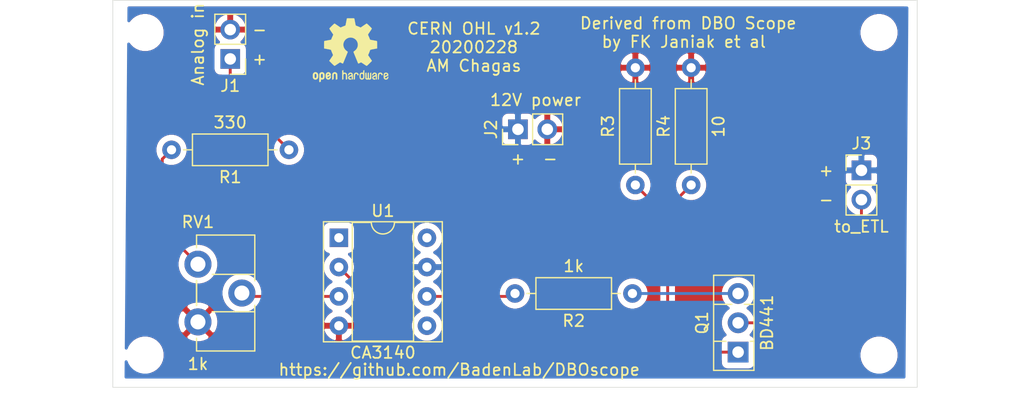
<source format=kicad_pcb>
(kicad_pcb (version 20171130) (host pcbnew 5.1.5-52549c5~84~ubuntu18.04.1)

  (general
    (thickness 1.6)
    (drawings 14)
    (tracks 29)
    (zones 0)
    (modules 15)
    (nets 13)
  )

  (page A4)
  (layers
    (0 F.Cu signal)
    (31 B.Cu signal)
    (32 B.Adhes user)
    (33 F.Adhes user)
    (34 B.Paste user)
    (35 F.Paste user)
    (36 B.SilkS user)
    (37 F.SilkS user)
    (38 B.Mask user)
    (39 F.Mask user)
    (40 Dwgs.User user)
    (41 Cmts.User user)
    (42 Eco1.User user)
    (43 Eco2.User user)
    (44 Edge.Cuts user)
    (45 Margin user)
    (46 B.CrtYd user)
    (47 F.CrtYd user)
    (48 B.Fab user)
    (49 F.Fab user)
  )

  (setup
    (last_trace_width 0.25)
    (trace_clearance 0.2)
    (zone_clearance 0.508)
    (zone_45_only no)
    (trace_min 0.2)
    (via_size 0.8)
    (via_drill 0.4)
    (via_min_size 0.4)
    (via_min_drill 0.3)
    (uvia_size 0.3)
    (uvia_drill 0.1)
    (uvias_allowed no)
    (uvia_min_size 0.2)
    (uvia_min_drill 0.1)
    (edge_width 0.05)
    (segment_width 0.2)
    (pcb_text_width 0.3)
    (pcb_text_size 1.5 1.5)
    (mod_edge_width 0.12)
    (mod_text_size 1 1)
    (mod_text_width 0.15)
    (pad_size 1.524 1.524)
    (pad_drill 0.762)
    (pad_to_mask_clearance 0.051)
    (solder_mask_min_width 0.25)
    (aux_axis_origin 0 0)
    (visible_elements FFFFFF7F)
    (pcbplotparams
      (layerselection 0x010fc_ffffffff)
      (usegerberextensions false)
      (usegerberattributes false)
      (usegerberadvancedattributes false)
      (creategerberjobfile false)
      (excludeedgelayer true)
      (linewidth 0.100000)
      (plotframeref false)
      (viasonmask false)
      (mode 1)
      (useauxorigin false)
      (hpglpennumber 1)
      (hpglpenspeed 20)
      (hpglpendiameter 15.000000)
      (psnegative false)
      (psa4output false)
      (plotreference true)
      (plotvalue true)
      (plotinvisibletext false)
      (padsonsilk false)
      (subtractmaskfromsilk false)
      (outputformat 1)
      (mirror false)
      (drillshape 1)
      (scaleselection 1)
      (outputdirectory ""))
  )

  (net 0 "")
  (net 1 "Net-(J1-Pad1)")
  (net 2 GND)
  (net 3 +12V)
  (net 4 "Net-(J3-Pad2)")
  (net 5 "Net-(Q1-Pad1)")
  (net 6 "Net-(Q1-Pad3)")
  (net 7 "Net-(R1-Pad2)")
  (net 8 "Net-(R2-Pad2)")
  (net 9 "Net-(RV1-Pad2)")
  (net 10 "Net-(U1-Pad1)")
  (net 11 "Net-(U1-Pad5)")
  (net 12 "Net-(U1-Pad8)")

  (net_class Default "This is the default net class."
    (clearance 0.2)
    (trace_width 0.25)
    (via_dia 0.8)
    (via_drill 0.4)
    (uvia_dia 0.3)
    (uvia_drill 0.1)
    (add_net +12V)
    (add_net GND)
    (add_net "Net-(J1-Pad1)")
    (add_net "Net-(J3-Pad2)")
    (add_net "Net-(Q1-Pad1)")
    (add_net "Net-(Q1-Pad3)")
    (add_net "Net-(R1-Pad2)")
    (add_net "Net-(R2-Pad2)")
    (add_net "Net-(RV1-Pad2)")
    (add_net "Net-(U1-Pad1)")
    (add_net "Net-(U1-Pad5)")
    (add_net "Net-(U1-Pad8)")
  )

  (module MountingHole:MountingHole_2.2mm_M2_DIN965 (layer F.Cu) (tedit 56D1B4CB) (tstamp 5E59A451)
    (at 126.746 127.254)
    (descr "Mounting Hole 2.2mm, no annular, M2, DIN965")
    (tags "mounting hole 2.2mm no annular m2 din965")
    (attr virtual)
    (fp_text reference REF** (at 0 -2.9) (layer F.SilkS) hide
      (effects (font (size 1 1) (thickness 0.15)))
    )
    (fp_text value MountingHole_2.2mm_M2_DIN965 (at 0 2.9) (layer F.Fab)
      (effects (font (size 1 1) (thickness 0.15)))
    )
    (fp_circle (center 0 0) (end 2.15 0) (layer F.CrtYd) (width 0.05))
    (fp_circle (center 0 0) (end 1.9 0) (layer Cmts.User) (width 0.15))
    (fp_text user %R (at 0.3 0) (layer F.Fab)
      (effects (font (size 1 1) (thickness 0.15)))
    )
    (pad 1 np_thru_hole circle (at 0 0) (size 2.2 2.2) (drill 2.2) (layers *.Cu *.Mask))
  )

  (module MountingHole:MountingHole_2.2mm_M2_DIN965 (layer F.Cu) (tedit 56D1B4CB) (tstamp 5E59A3D2)
    (at 126.746 99.314)
    (descr "Mounting Hole 2.2mm, no annular, M2, DIN965")
    (tags "mounting hole 2.2mm no annular m2 din965")
    (attr virtual)
    (fp_text reference REF** (at 0 -2.9) (layer F.SilkS) hide
      (effects (font (size 1 1) (thickness 0.15)))
    )
    (fp_text value MountingHole_2.2mm_M2_DIN965 (at 0 2.9) (layer F.Fab)
      (effects (font (size 1 1) (thickness 0.15)))
    )
    (fp_circle (center 0 0) (end 2.15 0) (layer F.CrtYd) (width 0.05))
    (fp_circle (center 0 0) (end 1.9 0) (layer Cmts.User) (width 0.15))
    (fp_text user %R (at 0.3 0) (layer F.Fab)
      (effects (font (size 1 1) (thickness 0.15)))
    )
    (pad 1 np_thru_hole circle (at 0 0) (size 2.2 2.2) (drill 2.2) (layers *.Cu *.Mask))
  )

  (module MountingHole:MountingHole_2.2mm_M2_DIN965 (layer F.Cu) (tedit 56D1B4CB) (tstamp 5E59A368)
    (at 190.246 99.314)
    (descr "Mounting Hole 2.2mm, no annular, M2, DIN965")
    (tags "mounting hole 2.2mm no annular m2 din965")
    (attr virtual)
    (fp_text reference REF** (at 0 -2.9) (layer F.SilkS) hide
      (effects (font (size 1 1) (thickness 0.15)))
    )
    (fp_text value MountingHole_2.2mm_M2_DIN965 (at 0 2.9) (layer F.Fab)
      (effects (font (size 1 1) (thickness 0.15)))
    )
    (fp_circle (center 0 0) (end 2.15 0) (layer F.CrtYd) (width 0.05))
    (fp_circle (center 0 0) (end 1.9 0) (layer Cmts.User) (width 0.15))
    (fp_text user %R (at 0.3 0) (layer F.Fab)
      (effects (font (size 1 1) (thickness 0.15)))
    )
    (pad 1 np_thru_hole circle (at 0 0) (size 2.2 2.2) (drill 2.2) (layers *.Cu *.Mask))
  )

  (module MountingHole:MountingHole_2.2mm_M2_DIN965 (layer F.Cu) (tedit 56D1B4CB) (tstamp 5E598F5B)
    (at 190.246 127.254)
    (descr "Mounting Hole 2.2mm, no annular, M2, DIN965")
    (tags "mounting hole 2.2mm no annular m2 din965")
    (attr virtual)
    (fp_text reference REF** (at 0 -2.9) (layer F.SilkS) hide
      (effects (font (size 1 1) (thickness 0.15)))
    )
    (fp_text value MountingHole_2.2mm_M2_DIN965 (at 0 2.9) (layer F.Fab)
      (effects (font (size 1 1) (thickness 0.15)))
    )
    (fp_circle (center 0 0) (end 2.15 0) (layer F.CrtYd) (width 0.05))
    (fp_circle (center 0 0) (end 1.9 0) (layer Cmts.User) (width 0.15))
    (fp_text user %R (at 0.3 0) (layer F.Fab)
      (effects (font (size 1 1) (thickness 0.15)))
    )
    (pad 1 np_thru_hole circle (at 0 0) (size 2.2 2.2) (drill 2.2) (layers *.Cu *.Mask))
  )

  (module Symbol:OSHW-Logo2_7.3x6mm_SilkScreen (layer F.Cu) (tedit 0) (tstamp 5E5989B4)
    (at 144.526 100.838)
    (descr "Open Source Hardware Symbol")
    (tags "Logo Symbol OSHW")
    (attr virtual)
    (fp_text reference REF** (at 0 0) (layer F.SilkS) hide
      (effects (font (size 1 1) (thickness 0.15)))
    )
    (fp_text value OSHW-Logo2_7.3x6mm_SilkScreen (at 0.75 0) (layer F.Fab) hide
      (effects (font (size 1 1) (thickness 0.15)))
    )
    (fp_poly (pts (xy 0.10391 -2.757652) (xy 0.182454 -2.757222) (xy 0.239298 -2.756058) (xy 0.278105 -2.753793)
      (xy 0.302538 -2.75006) (xy 0.316262 -2.744494) (xy 0.32294 -2.736727) (xy 0.326236 -2.726395)
      (xy 0.326556 -2.725057) (xy 0.331562 -2.700921) (xy 0.340829 -2.653299) (xy 0.353392 -2.587259)
      (xy 0.368287 -2.507872) (xy 0.384551 -2.420204) (xy 0.385119 -2.417125) (xy 0.40141 -2.331211)
      (xy 0.416652 -2.255304) (xy 0.429861 -2.193955) (xy 0.440054 -2.151718) (xy 0.446248 -2.133145)
      (xy 0.446543 -2.132816) (xy 0.464788 -2.123747) (xy 0.502405 -2.108633) (xy 0.551271 -2.090738)
      (xy 0.551543 -2.090642) (xy 0.613093 -2.067507) (xy 0.685657 -2.038035) (xy 0.754057 -2.008403)
      (xy 0.757294 -2.006938) (xy 0.868702 -1.956374) (xy 1.115399 -2.12484) (xy 1.191077 -2.176197)
      (xy 1.259631 -2.222111) (xy 1.317088 -2.25997) (xy 1.359476 -2.287163) (xy 1.382825 -2.301079)
      (xy 1.385042 -2.302111) (xy 1.40201 -2.297516) (xy 1.433701 -2.275345) (xy 1.481352 -2.234553)
      (xy 1.546198 -2.174095) (xy 1.612397 -2.109773) (xy 1.676214 -2.046388) (xy 1.733329 -1.988549)
      (xy 1.780305 -1.939825) (xy 1.813703 -1.90379) (xy 1.830085 -1.884016) (xy 1.830694 -1.882998)
      (xy 1.832505 -1.869428) (xy 1.825683 -1.847267) (xy 1.80854 -1.813522) (xy 1.779393 -1.7652)
      (xy 1.736555 -1.699308) (xy 1.679448 -1.614483) (xy 1.628766 -1.539823) (xy 1.583461 -1.47286)
      (xy 1.54615 -1.417484) (xy 1.519452 -1.37758) (xy 1.505985 -1.357038) (xy 1.505137 -1.355644)
      (xy 1.506781 -1.335962) (xy 1.519245 -1.297707) (xy 1.540048 -1.248111) (xy 1.547462 -1.232272)
      (xy 1.579814 -1.16171) (xy 1.614328 -1.081647) (xy 1.642365 -1.012371) (xy 1.662568 -0.960955)
      (xy 1.678615 -0.921881) (xy 1.687888 -0.901459) (xy 1.689041 -0.899886) (xy 1.706096 -0.897279)
      (xy 1.746298 -0.890137) (xy 1.804302 -0.879477) (xy 1.874763 -0.866315) (xy 1.952335 -0.851667)
      (xy 2.031672 -0.836551) (xy 2.107431 -0.821982) (xy 2.174264 -0.808978) (xy 2.226828 -0.798555)
      (xy 2.259776 -0.79173) (xy 2.267857 -0.789801) (xy 2.276205 -0.785038) (xy 2.282506 -0.774282)
      (xy 2.287045 -0.753902) (xy 2.290104 -0.720266) (xy 2.291967 -0.669745) (xy 2.292918 -0.598708)
      (xy 2.29324 -0.503524) (xy 2.293257 -0.464508) (xy 2.293257 -0.147201) (xy 2.217057 -0.132161)
      (xy 2.174663 -0.124005) (xy 2.1114 -0.112101) (xy 2.034962 -0.097884) (xy 1.953043 -0.08279)
      (xy 1.9304 -0.078645) (xy 1.854806 -0.063947) (xy 1.788953 -0.049495) (xy 1.738366 -0.036625)
      (xy 1.708574 -0.026678) (xy 1.703612 -0.023713) (xy 1.691426 -0.002717) (xy 1.673953 0.037967)
      (xy 1.654577 0.090322) (xy 1.650734 0.1016) (xy 1.625339 0.171523) (xy 1.593817 0.250418)
      (xy 1.562969 0.321266) (xy 1.562817 0.321595) (xy 1.511447 0.432733) (xy 1.680399 0.681253)
      (xy 1.849352 0.929772) (xy 1.632429 1.147058) (xy 1.566819 1.211726) (xy 1.506979 1.268733)
      (xy 1.456267 1.315033) (xy 1.418046 1.347584) (xy 1.395675 1.363343) (xy 1.392466 1.364343)
      (xy 1.373626 1.356469) (xy 1.33518 1.334578) (xy 1.28133 1.301267) (xy 1.216276 1.259131)
      (xy 1.14594 1.211943) (xy 1.074555 1.16381) (xy 1.010908 1.121928) (xy 0.959041 1.088871)
      (xy 0.922995 1.067218) (xy 0.906867 1.059543) (xy 0.887189 1.066037) (xy 0.849875 1.08315)
      (xy 0.802621 1.107326) (xy 0.797612 1.110013) (xy 0.733977 1.141927) (xy 0.690341 1.157579)
      (xy 0.663202 1.157745) (xy 0.649057 1.143204) (xy 0.648975 1.143) (xy 0.641905 1.125779)
      (xy 0.625042 1.084899) (xy 0.599695 1.023525) (xy 0.567171 0.944819) (xy 0.528778 0.851947)
      (xy 0.485822 0.748072) (xy 0.444222 0.647502) (xy 0.398504 0.536516) (xy 0.356526 0.433703)
      (xy 0.319548 0.342215) (xy 0.288827 0.265201) (xy 0.265622 0.205815) (xy 0.25119 0.167209)
      (xy 0.246743 0.1528) (xy 0.257896 0.136272) (xy 0.287069 0.10993) (xy 0.325971 0.080887)
      (xy 0.436757 -0.010961) (xy 0.523351 -0.116241) (xy 0.584716 -0.232734) (xy 0.619815 -0.358224)
      (xy 0.627608 -0.490493) (xy 0.621943 -0.551543) (xy 0.591078 -0.678205) (xy 0.53792 -0.790059)
      (xy 0.465767 -0.885999) (xy 0.377917 -0.964924) (xy 0.277665 -1.02573) (xy 0.16831 -1.067313)
      (xy 0.053147 -1.088572) (xy -0.064525 -1.088401) (xy -0.18141 -1.065699) (xy -0.294211 -1.019362)
      (xy -0.399631 -0.948287) (xy -0.443632 -0.908089) (xy -0.528021 -0.804871) (xy -0.586778 -0.692075)
      (xy -0.620296 -0.57299) (xy -0.628965 -0.450905) (xy -0.613177 -0.329107) (xy -0.573322 -0.210884)
      (xy -0.509793 -0.099525) (xy -0.422979 0.001684) (xy -0.325971 0.080887) (xy -0.285563 0.111162)
      (xy -0.257018 0.137219) (xy -0.246743 0.152825) (xy -0.252123 0.169843) (xy -0.267425 0.2105)
      (xy -0.291388 0.271642) (xy -0.322756 0.350119) (xy -0.360268 0.44278) (xy -0.402667 0.546472)
      (xy -0.444337 0.647526) (xy -0.49031 0.758607) (xy -0.532893 0.861541) (xy -0.570779 0.953165)
      (xy -0.60266 1.030316) (xy -0.627229 1.089831) (xy -0.64318 1.128544) (xy -0.64909 1.143)
      (xy -0.663052 1.157685) (xy -0.69006 1.157642) (xy -0.733587 1.142099) (xy -0.79711 1.110284)
      (xy -0.797612 1.110013) (xy -0.84544 1.085323) (xy -0.884103 1.067338) (xy -0.905905 1.059614)
      (xy -0.906867 1.059543) (xy -0.923279 1.067378) (xy -0.959513 1.089165) (xy -1.011526 1.122328)
      (xy -1.075275 1.164291) (xy -1.14594 1.211943) (xy -1.217884 1.260191) (xy -1.282726 1.302151)
      (xy -1.336265 1.335227) (xy -1.374303 1.356821) (xy -1.392467 1.364343) (xy -1.409192 1.354457)
      (xy -1.44282 1.326826) (xy -1.48999 1.284495) (xy -1.547342 1.230505) (xy -1.611516 1.167899)
      (xy -1.632503 1.146983) (xy -1.849501 0.929623) (xy -1.684332 0.68722) (xy -1.634136 0.612781)
      (xy -1.590081 0.545972) (xy -1.554638 0.490665) (xy -1.530281 0.450729) (xy -1.519478 0.430036)
      (xy -1.519162 0.428563) (xy -1.524857 0.409058) (xy -1.540174 0.369822) (xy -1.562463 0.31743)
      (xy -1.578107 0.282355) (xy -1.607359 0.215201) (xy -1.634906 0.147358) (xy -1.656263 0.090034)
      (xy -1.662065 0.072572) (xy -1.678548 0.025938) (xy -1.69466 -0.010095) (xy -1.70351 -0.023713)
      (xy -1.72304 -0.032048) (xy -1.765666 -0.043863) (xy -1.825855 -0.057819) (xy -1.898078 -0.072578)
      (xy -1.9304 -0.078645) (xy -2.012478 -0.093727) (xy -2.091205 -0.108331) (xy -2.158891 -0.12102)
      (xy -2.20784 -0.130358) (xy -2.217057 -0.132161) (xy -2.293257 -0.147201) (xy -2.293257 -0.464508)
      (xy -2.293086 -0.568846) (xy -2.292384 -0.647787) (xy -2.290866 -0.704962) (xy -2.288251 -0.744001)
      (xy -2.284254 -0.768535) (xy -2.278591 -0.782195) (xy -2.27098 -0.788611) (xy -2.267857 -0.789801)
      (xy -2.249022 -0.79402) (xy -2.207412 -0.802438) (xy -2.14837 -0.814039) (xy -2.077243 -0.827805)
      (xy -1.999375 -0.84272) (xy -1.920113 -0.857768) (xy -1.844802 -0.871931) (xy -1.778787 -0.884194)
      (xy -1.727413 -0.893539) (xy -1.696025 -0.89895) (xy -1.689041 -0.899886) (xy -1.682715 -0.912404)
      (xy -1.66871 -0.945754) (xy -1.649645 -0.993623) (xy -1.642366 -1.012371) (xy -1.613004 -1.084805)
      (xy -1.578429 -1.16483) (xy -1.547463 -1.232272) (xy -1.524677 -1.283841) (xy -1.509518 -1.326215)
      (xy -1.504458 -1.352166) (xy -1.505264 -1.355644) (xy -1.515959 -1.372064) (xy -1.54038 -1.408583)
      (xy -1.575905 -1.461313) (xy -1.619913 -1.526365) (xy -1.669783 -1.599849) (xy -1.679644 -1.614355)
      (xy -1.737508 -1.700296) (xy -1.780044 -1.765739) (xy -1.808946 -1.813696) (xy -1.82591 -1.84718)
      (xy -1.832633 -1.869205) (xy -1.83081 -1.882783) (xy -1.830764 -1.882869) (xy -1.816414 -1.900703)
      (xy -1.784677 -1.935183) (xy -1.73899 -1.982732) (xy -1.682796 -2.039778) (xy -1.619532 -2.102745)
      (xy -1.612398 -2.109773) (xy -1.53267 -2.18698) (xy -1.471143 -2.24367) (xy -1.426579 -2.28089)
      (xy -1.397743 -2.299685) (xy -1.385042 -2.302111) (xy -1.366506 -2.291529) (xy -1.328039 -2.267084)
      (xy -1.273614 -2.231388) (xy -1.207202 -2.187053) (xy -1.132775 -2.136689) (xy -1.115399 -2.12484)
      (xy -0.868703 -1.956374) (xy -0.757294 -2.006938) (xy -0.689543 -2.036405) (xy -0.616817 -2.066041)
      (xy -0.554297 -2.08967) (xy -0.551543 -2.090642) (xy -0.50264 -2.108543) (xy -0.464943 -2.12368)
      (xy -0.446575 -2.13279) (xy -0.446544 -2.132816) (xy -0.440715 -2.149283) (xy -0.430808 -2.189781)
      (xy -0.417805 -2.249758) (xy -0.402691 -2.32466) (xy -0.386448 -2.409936) (xy -0.385119 -2.417125)
      (xy -0.368825 -2.504986) (xy -0.353867 -2.58474) (xy -0.341209 -2.651319) (xy -0.331814 -2.699653)
      (xy -0.326646 -2.724675) (xy -0.326556 -2.725057) (xy -0.323411 -2.735701) (xy -0.317296 -2.743738)
      (xy -0.304547 -2.749533) (xy -0.2815 -2.753453) (xy -0.244491 -2.755865) (xy -0.189856 -2.757135)
      (xy -0.113933 -2.757629) (xy -0.013056 -2.757714) (xy 0 -2.757714) (xy 0.10391 -2.757652)) (layer F.SilkS) (width 0.01))
    (fp_poly (pts (xy 3.153595 1.966966) (xy 3.211021 2.004497) (xy 3.238719 2.038096) (xy 3.260662 2.099064)
      (xy 3.262405 2.147308) (xy 3.258457 2.211816) (xy 3.109686 2.276934) (xy 3.037349 2.310202)
      (xy 2.990084 2.336964) (xy 2.965507 2.360144) (xy 2.961237 2.382667) (xy 2.974889 2.407455)
      (xy 2.989943 2.423886) (xy 3.033746 2.450235) (xy 3.081389 2.452081) (xy 3.125145 2.431546)
      (xy 3.157289 2.390752) (xy 3.163038 2.376347) (xy 3.190576 2.331356) (xy 3.222258 2.312182)
      (xy 3.265714 2.295779) (xy 3.265714 2.357966) (xy 3.261872 2.400283) (xy 3.246823 2.435969)
      (xy 3.21528 2.476943) (xy 3.210592 2.482267) (xy 3.175506 2.51872) (xy 3.145347 2.538283)
      (xy 3.107615 2.547283) (xy 3.076335 2.55023) (xy 3.020385 2.550965) (xy 2.980555 2.54166)
      (xy 2.955708 2.527846) (xy 2.916656 2.497467) (xy 2.889625 2.464613) (xy 2.872517 2.423294)
      (xy 2.863238 2.367521) (xy 2.859693 2.291305) (xy 2.85941 2.252622) (xy 2.860372 2.206247)
      (xy 2.948007 2.206247) (xy 2.949023 2.231126) (xy 2.951556 2.2352) (xy 2.968274 2.229665)
      (xy 3.004249 2.215017) (xy 3.052331 2.19419) (xy 3.062386 2.189714) (xy 3.123152 2.158814)
      (xy 3.156632 2.131657) (xy 3.16399 2.10622) (xy 3.146391 2.080481) (xy 3.131856 2.069109)
      (xy 3.07941 2.046364) (xy 3.030322 2.050122) (xy 2.989227 2.077884) (xy 2.960758 2.127152)
      (xy 2.951631 2.166257) (xy 2.948007 2.206247) (xy 2.860372 2.206247) (xy 2.861285 2.162249)
      (xy 2.868196 2.095384) (xy 2.881884 2.046695) (xy 2.904096 2.010849) (xy 2.936574 1.982513)
      (xy 2.950733 1.973355) (xy 3.015053 1.949507) (xy 3.085473 1.948006) (xy 3.153595 1.966966)) (layer F.SilkS) (width 0.01))
    (fp_poly (pts (xy 2.6526 1.958752) (xy 2.669948 1.966334) (xy 2.711356 1.999128) (xy 2.746765 2.046547)
      (xy 2.768664 2.097151) (xy 2.772229 2.122098) (xy 2.760279 2.156927) (xy 2.734067 2.175357)
      (xy 2.705964 2.186516) (xy 2.693095 2.188572) (xy 2.686829 2.173649) (xy 2.674456 2.141175)
      (xy 2.669028 2.126502) (xy 2.63859 2.075744) (xy 2.59452 2.050427) (xy 2.53801 2.051206)
      (xy 2.533825 2.052203) (xy 2.503655 2.066507) (xy 2.481476 2.094393) (xy 2.466327 2.139287)
      (xy 2.45725 2.204615) (xy 2.453286 2.293804) (xy 2.452914 2.341261) (xy 2.45273 2.416071)
      (xy 2.451522 2.467069) (xy 2.448309 2.499471) (xy 2.442109 2.518495) (xy 2.43194 2.529356)
      (xy 2.416819 2.537272) (xy 2.415946 2.53767) (xy 2.386828 2.549981) (xy 2.372403 2.554514)
      (xy 2.370186 2.540809) (xy 2.368289 2.502925) (xy 2.366847 2.445715) (xy 2.365998 2.374027)
      (xy 2.365829 2.321565) (xy 2.366692 2.220047) (xy 2.37007 2.143032) (xy 2.377142 2.086023)
      (xy 2.389088 2.044526) (xy 2.40709 2.014043) (xy 2.432327 1.99008) (xy 2.457247 1.973355)
      (xy 2.517171 1.951097) (xy 2.586911 1.946076) (xy 2.6526 1.958752)) (layer F.SilkS) (width 0.01))
    (fp_poly (pts (xy 2.144876 1.956335) (xy 2.186667 1.975344) (xy 2.219469 1.998378) (xy 2.243503 2.024133)
      (xy 2.260097 2.057358) (xy 2.270577 2.1028) (xy 2.276271 2.165207) (xy 2.278507 2.249327)
      (xy 2.278743 2.304721) (xy 2.278743 2.520826) (xy 2.241774 2.53767) (xy 2.212656 2.549981)
      (xy 2.198231 2.554514) (xy 2.195472 2.541025) (xy 2.193282 2.504653) (xy 2.191942 2.451542)
      (xy 2.191657 2.409372) (xy 2.190434 2.348447) (xy 2.187136 2.300115) (xy 2.182321 2.270518)
      (xy 2.178496 2.264229) (xy 2.152783 2.270652) (xy 2.112418 2.287125) (xy 2.065679 2.309458)
      (xy 2.020845 2.333457) (xy 1.986193 2.35493) (xy 1.970002 2.369685) (xy 1.969938 2.369845)
      (xy 1.97133 2.397152) (xy 1.983818 2.423219) (xy 2.005743 2.444392) (xy 2.037743 2.451474)
      (xy 2.065092 2.450649) (xy 2.103826 2.450042) (xy 2.124158 2.459116) (xy 2.136369 2.483092)
      (xy 2.137909 2.487613) (xy 2.143203 2.521806) (xy 2.129047 2.542568) (xy 2.092148 2.552462)
      (xy 2.052289 2.554292) (xy 1.980562 2.540727) (xy 1.943432 2.521355) (xy 1.897576 2.475845)
      (xy 1.873256 2.419983) (xy 1.871073 2.360957) (xy 1.891629 2.305953) (xy 1.922549 2.271486)
      (xy 1.95342 2.252189) (xy 2.001942 2.227759) (xy 2.058485 2.202985) (xy 2.06791 2.199199)
      (xy 2.130019 2.171791) (xy 2.165822 2.147634) (xy 2.177337 2.123619) (xy 2.16658 2.096635)
      (xy 2.148114 2.075543) (xy 2.104469 2.049572) (xy 2.056446 2.047624) (xy 2.012406 2.067637)
      (xy 1.980709 2.107551) (xy 1.976549 2.117848) (xy 1.952327 2.155724) (xy 1.916965 2.183842)
      (xy 1.872343 2.206917) (xy 1.872343 2.141485) (xy 1.874969 2.101506) (xy 1.88623 2.069997)
      (xy 1.911199 2.036378) (xy 1.935169 2.010484) (xy 1.972441 1.973817) (xy 2.001401 1.954121)
      (xy 2.032505 1.94622) (xy 2.067713 1.944914) (xy 2.144876 1.956335)) (layer F.SilkS) (width 0.01))
    (fp_poly (pts (xy 1.779833 1.958663) (xy 1.782048 1.99685) (xy 1.783784 2.054886) (xy 1.784899 2.12818)
      (xy 1.785257 2.205055) (xy 1.785257 2.465196) (xy 1.739326 2.511127) (xy 1.707675 2.539429)
      (xy 1.67989 2.550893) (xy 1.641915 2.550168) (xy 1.62684 2.548321) (xy 1.579726 2.542948)
      (xy 1.540756 2.539869) (xy 1.531257 2.539585) (xy 1.499233 2.541445) (xy 1.453432 2.546114)
      (xy 1.435674 2.548321) (xy 1.392057 2.551735) (xy 1.362745 2.54432) (xy 1.33368 2.521427)
      (xy 1.323188 2.511127) (xy 1.277257 2.465196) (xy 1.277257 1.978602) (xy 1.314226 1.961758)
      (xy 1.346059 1.949282) (xy 1.364683 1.944914) (xy 1.369458 1.958718) (xy 1.373921 1.997286)
      (xy 1.377775 2.056356) (xy 1.380722 2.131663) (xy 1.382143 2.195286) (xy 1.386114 2.445657)
      (xy 1.420759 2.450556) (xy 1.452268 2.447131) (xy 1.467708 2.436041) (xy 1.472023 2.415308)
      (xy 1.475708 2.371145) (xy 1.478469 2.309146) (xy 1.480012 2.234909) (xy 1.480235 2.196706)
      (xy 1.480457 1.976783) (xy 1.526166 1.960849) (xy 1.558518 1.950015) (xy 1.576115 1.944962)
      (xy 1.576623 1.944914) (xy 1.578388 1.958648) (xy 1.580329 1.99673) (xy 1.582282 2.054482)
      (xy 1.584084 2.127227) (xy 1.585343 2.195286) (xy 1.589314 2.445657) (xy 1.6764 2.445657)
      (xy 1.680396 2.21724) (xy 1.684392 1.988822) (xy 1.726847 1.966868) (xy 1.758192 1.951793)
      (xy 1.776744 1.944951) (xy 1.777279 1.944914) (xy 1.779833 1.958663)) (layer F.SilkS) (width 0.01))
    (fp_poly (pts (xy 1.190117 2.065358) (xy 1.189933 2.173837) (xy 1.189219 2.257287) (xy 1.187675 2.319704)
      (xy 1.185001 2.365085) (xy 1.180894 2.397429) (xy 1.175055 2.420733) (xy 1.167182 2.438995)
      (xy 1.161221 2.449418) (xy 1.111855 2.505945) (xy 1.049264 2.541377) (xy 0.980013 2.55409)
      (xy 0.910668 2.542463) (xy 0.869375 2.521568) (xy 0.826025 2.485422) (xy 0.796481 2.441276)
      (xy 0.778655 2.383462) (xy 0.770463 2.306313) (xy 0.769302 2.249714) (xy 0.769458 2.245647)
      (xy 0.870857 2.245647) (xy 0.871476 2.31055) (xy 0.874314 2.353514) (xy 0.88084 2.381622)
      (xy 0.892523 2.401953) (xy 0.906483 2.417288) (xy 0.953365 2.44689) (xy 1.003701 2.449419)
      (xy 1.051276 2.424705) (xy 1.054979 2.421356) (xy 1.070783 2.403935) (xy 1.080693 2.383209)
      (xy 1.086058 2.352362) (xy 1.088228 2.304577) (xy 1.088571 2.251748) (xy 1.087827 2.185381)
      (xy 1.084748 2.141106) (xy 1.078061 2.112009) (xy 1.066496 2.091173) (xy 1.057013 2.080107)
      (xy 1.01296 2.052198) (xy 0.962224 2.048843) (xy 0.913796 2.070159) (xy 0.90445 2.078073)
      (xy 0.88854 2.095647) (xy 0.87861 2.116587) (xy 0.873278 2.147782) (xy 0.871163 2.196122)
      (xy 0.870857 2.245647) (xy 0.769458 2.245647) (xy 0.77281 2.158568) (xy 0.784726 2.090086)
      (xy 0.807135 2.0386) (xy 0.842124 1.998443) (xy 0.869375 1.977861) (xy 0.918907 1.955625)
      (xy 0.976316 1.945304) (xy 1.029682 1.948067) (xy 1.059543 1.959212) (xy 1.071261 1.962383)
      (xy 1.079037 1.950557) (xy 1.084465 1.918866) (xy 1.088571 1.870593) (xy 1.093067 1.816829)
      (xy 1.099313 1.784482) (xy 1.110676 1.765985) (xy 1.130528 1.75377) (xy 1.143 1.748362)
      (xy 1.190171 1.728601) (xy 1.190117 2.065358)) (layer F.SilkS) (width 0.01))
    (fp_poly (pts (xy 0.529926 1.949755) (xy 0.595858 1.974084) (xy 0.649273 2.017117) (xy 0.670164 2.047409)
      (xy 0.692939 2.102994) (xy 0.692466 2.143186) (xy 0.668562 2.170217) (xy 0.659717 2.174813)
      (xy 0.62153 2.189144) (xy 0.602028 2.185472) (xy 0.595422 2.161407) (xy 0.595086 2.148114)
      (xy 0.582992 2.09921) (xy 0.551471 2.064999) (xy 0.507659 2.048476) (xy 0.458695 2.052634)
      (xy 0.418894 2.074227) (xy 0.40545 2.086544) (xy 0.395921 2.101487) (xy 0.389485 2.124075)
      (xy 0.385317 2.159328) (xy 0.382597 2.212266) (xy 0.380502 2.287907) (xy 0.37996 2.311857)
      (xy 0.377981 2.39379) (xy 0.375731 2.451455) (xy 0.372357 2.489608) (xy 0.367006 2.513004)
      (xy 0.358824 2.526398) (xy 0.346959 2.534545) (xy 0.339362 2.538144) (xy 0.307102 2.550452)
      (xy 0.288111 2.554514) (xy 0.281836 2.540948) (xy 0.278006 2.499934) (xy 0.2766 2.430999)
      (xy 0.277598 2.333669) (xy 0.277908 2.318657) (xy 0.280101 2.229859) (xy 0.282693 2.165019)
      (xy 0.286382 2.119067) (xy 0.291864 2.086935) (xy 0.299835 2.063553) (xy 0.310993 2.043852)
      (xy 0.31683 2.03541) (xy 0.350296 1.998057) (xy 0.387727 1.969003) (xy 0.392309 1.966467)
      (xy 0.459426 1.946443) (xy 0.529926 1.949755)) (layer F.SilkS) (width 0.01))
    (fp_poly (pts (xy 0.039744 1.950968) (xy 0.096616 1.972087) (xy 0.097267 1.972493) (xy 0.13244 1.99838)
      (xy 0.158407 2.028633) (xy 0.17667 2.068058) (xy 0.188732 2.121462) (xy 0.196096 2.193651)
      (xy 0.200264 2.289432) (xy 0.200629 2.303078) (xy 0.205876 2.508842) (xy 0.161716 2.531678)
      (xy 0.129763 2.54711) (xy 0.11047 2.554423) (xy 0.109578 2.554514) (xy 0.106239 2.541022)
      (xy 0.103587 2.504626) (xy 0.101956 2.451452) (xy 0.1016 2.408393) (xy 0.101592 2.338641)
      (xy 0.098403 2.294837) (xy 0.087288 2.273944) (xy 0.063501 2.272925) (xy 0.022296 2.288741)
      (xy -0.039914 2.317815) (xy -0.085659 2.341963) (xy -0.109187 2.362913) (xy -0.116104 2.385747)
      (xy -0.116114 2.386877) (xy -0.104701 2.426212) (xy -0.070908 2.447462) (xy -0.019191 2.450539)
      (xy 0.018061 2.450006) (xy 0.037703 2.460735) (xy 0.049952 2.486505) (xy 0.057002 2.519337)
      (xy 0.046842 2.537966) (xy 0.043017 2.540632) (xy 0.007001 2.55134) (xy -0.043434 2.552856)
      (xy -0.095374 2.545759) (xy -0.132178 2.532788) (xy -0.183062 2.489585) (xy -0.211986 2.429446)
      (xy -0.217714 2.382462) (xy -0.213343 2.340082) (xy -0.197525 2.305488) (xy -0.166203 2.274763)
      (xy -0.115322 2.24399) (xy -0.040824 2.209252) (xy -0.036286 2.207288) (xy 0.030821 2.176287)
      (xy 0.072232 2.150862) (xy 0.089981 2.128014) (xy 0.086107 2.104745) (xy 0.062643 2.078056)
      (xy 0.055627 2.071914) (xy 0.00863 2.0481) (xy -0.040067 2.049103) (xy -0.082478 2.072451)
      (xy -0.110616 2.115675) (xy -0.113231 2.12416) (xy -0.138692 2.165308) (xy -0.170999 2.185128)
      (xy -0.217714 2.20477) (xy -0.217714 2.15395) (xy -0.203504 2.080082) (xy -0.161325 2.012327)
      (xy -0.139376 1.989661) (xy -0.089483 1.960569) (xy -0.026033 1.9474) (xy 0.039744 1.950968)) (layer F.SilkS) (width 0.01))
    (fp_poly (pts (xy -0.624114 1.851289) (xy -0.619861 1.910613) (xy -0.614975 1.945572) (xy -0.608205 1.96082)
      (xy -0.598298 1.961015) (xy -0.595086 1.959195) (xy -0.552356 1.946015) (xy -0.496773 1.946785)
      (xy -0.440263 1.960333) (xy -0.404918 1.977861) (xy -0.368679 2.005861) (xy -0.342187 2.037549)
      (xy -0.324001 2.077813) (xy -0.312678 2.131543) (xy -0.306778 2.203626) (xy -0.304857 2.298951)
      (xy -0.304823 2.317237) (xy -0.3048 2.522646) (xy -0.350509 2.53858) (xy -0.382973 2.54942)
      (xy -0.400785 2.554468) (xy -0.401309 2.554514) (xy -0.403063 2.540828) (xy -0.404556 2.503076)
      (xy -0.405674 2.446224) (xy -0.406303 2.375234) (xy -0.4064 2.332073) (xy -0.406602 2.246973)
      (xy -0.407642 2.185981) (xy -0.410169 2.144177) (xy -0.414836 2.116642) (xy -0.422293 2.098456)
      (xy -0.433189 2.084698) (xy -0.439993 2.078073) (xy -0.486728 2.051375) (xy -0.537728 2.049375)
      (xy -0.583999 2.071955) (xy -0.592556 2.080107) (xy -0.605107 2.095436) (xy -0.613812 2.113618)
      (xy -0.619369 2.139909) (xy -0.622474 2.179562) (xy -0.623824 2.237832) (xy -0.624114 2.318173)
      (xy -0.624114 2.522646) (xy -0.669823 2.53858) (xy -0.702287 2.54942) (xy -0.720099 2.554468)
      (xy -0.720623 2.554514) (xy -0.721963 2.540623) (xy -0.723172 2.501439) (xy -0.724199 2.4407)
      (xy -0.724998 2.362141) (xy -0.725519 2.269498) (xy -0.725714 2.166509) (xy -0.725714 1.769342)
      (xy -0.678543 1.749444) (xy -0.631371 1.729547) (xy -0.624114 1.851289)) (layer F.SilkS) (width 0.01))
    (fp_poly (pts (xy -1.831697 1.931239) (xy -1.774473 1.969735) (xy -1.730251 2.025335) (xy -1.703833 2.096086)
      (xy -1.69849 2.148162) (xy -1.699097 2.169893) (xy -1.704178 2.186531) (xy -1.718145 2.201437)
      (xy -1.745411 2.217973) (xy -1.790388 2.239498) (xy -1.857489 2.269374) (xy -1.857829 2.269524)
      (xy -1.919593 2.297813) (xy -1.970241 2.322933) (xy -2.004596 2.342179) (xy -2.017482 2.352848)
      (xy -2.017486 2.352934) (xy -2.006128 2.376166) (xy -1.979569 2.401774) (xy -1.949077 2.420221)
      (xy -1.93363 2.423886) (xy -1.891485 2.411212) (xy -1.855192 2.379471) (xy -1.837483 2.344572)
      (xy -1.820448 2.318845) (xy -1.787078 2.289546) (xy -1.747851 2.264235) (xy -1.713244 2.250471)
      (xy -1.706007 2.249714) (xy -1.697861 2.26216) (xy -1.69737 2.293972) (xy -1.703357 2.336866)
      (xy -1.714643 2.382558) (xy -1.73005 2.422761) (xy -1.730829 2.424322) (xy -1.777196 2.489062)
      (xy -1.837289 2.533097) (xy -1.905535 2.554711) (xy -1.976362 2.552185) (xy -2.044196 2.523804)
      (xy -2.047212 2.521808) (xy -2.100573 2.473448) (xy -2.13566 2.410352) (xy -2.155078 2.327387)
      (xy -2.157684 2.304078) (xy -2.162299 2.194055) (xy -2.156767 2.142748) (xy -2.017486 2.142748)
      (xy -2.015676 2.174753) (xy -2.005778 2.184093) (xy -1.981102 2.177105) (xy -1.942205 2.160587)
      (xy -1.898725 2.139881) (xy -1.897644 2.139333) (xy -1.860791 2.119949) (xy -1.846 2.107013)
      (xy -1.849647 2.093451) (xy -1.865005 2.075632) (xy -1.904077 2.049845) (xy -1.946154 2.04795)
      (xy -1.983897 2.066717) (xy -2.009966 2.102915) (xy -2.017486 2.142748) (xy -2.156767 2.142748)
      (xy -2.152806 2.106027) (xy -2.12845 2.036212) (xy -2.094544 1.987302) (xy -2.033347 1.937878)
      (xy -1.965937 1.913359) (xy -1.89712 1.911797) (xy -1.831697 1.931239)) (layer F.SilkS) (width 0.01))
    (fp_poly (pts (xy -2.958885 1.921962) (xy -2.890855 1.957733) (xy -2.840649 2.015301) (xy -2.822815 2.052312)
      (xy -2.808937 2.107882) (xy -2.801833 2.178096) (xy -2.80116 2.254727) (xy -2.806573 2.329552)
      (xy -2.81773 2.394342) (xy -2.834286 2.440873) (xy -2.839374 2.448887) (xy -2.899645 2.508707)
      (xy -2.971231 2.544535) (xy -3.048908 2.55502) (xy -3.127452 2.53881) (xy -3.149311 2.529092)
      (xy -3.191878 2.499143) (xy -3.229237 2.459433) (xy -3.232768 2.454397) (xy -3.247119 2.430124)
      (xy -3.256606 2.404178) (xy -3.26221 2.370022) (xy -3.264914 2.321119) (xy -3.265701 2.250935)
      (xy -3.265714 2.2352) (xy -3.265678 2.230192) (xy -3.120571 2.230192) (xy -3.119727 2.29643)
      (xy -3.116404 2.340386) (xy -3.109417 2.368779) (xy -3.097584 2.388325) (xy -3.091543 2.394857)
      (xy -3.056814 2.41968) (xy -3.023097 2.418548) (xy -2.989005 2.397016) (xy -2.968671 2.374029)
      (xy -2.956629 2.340478) (xy -2.949866 2.287569) (xy -2.949402 2.281399) (xy -2.948248 2.185513)
      (xy -2.960312 2.114299) (xy -2.98543 2.068194) (xy -3.02344 2.047635) (xy -3.037008 2.046514)
      (xy -3.072636 2.052152) (xy -3.097006 2.071686) (xy -3.111907 2.109042) (xy -3.119125 2.16815)
      (xy -3.120571 2.230192) (xy -3.265678 2.230192) (xy -3.265174 2.160413) (xy -3.262904 2.108159)
      (xy -3.257932 2.071949) (xy -3.249287 2.045299) (xy -3.235995 2.021722) (xy -3.233057 2.017338)
      (xy -3.183687 1.958249) (xy -3.129891 1.923947) (xy -3.064398 1.910331) (xy -3.042158 1.909665)
      (xy -2.958885 1.921962)) (layer F.SilkS) (width 0.01))
    (fp_poly (pts (xy -1.283907 1.92778) (xy -1.237328 1.954723) (xy -1.204943 1.981466) (xy -1.181258 2.009484)
      (xy -1.164941 2.043748) (xy -1.154661 2.089227) (xy -1.149086 2.150892) (xy -1.146884 2.233711)
      (xy -1.146629 2.293246) (xy -1.146629 2.512391) (xy -1.208314 2.540044) (xy -1.27 2.567697)
      (xy -1.277257 2.32767) (xy -1.280256 2.238028) (xy -1.283402 2.172962) (xy -1.287299 2.128026)
      (xy -1.292553 2.09877) (xy -1.299769 2.080748) (xy -1.30955 2.069511) (xy -1.312688 2.067079)
      (xy -1.360239 2.048083) (xy -1.408303 2.0556) (xy -1.436914 2.075543) (xy -1.448553 2.089675)
      (xy -1.456609 2.10822) (xy -1.461729 2.136334) (xy -1.464559 2.179173) (xy -1.465744 2.241895)
      (xy -1.465943 2.307261) (xy -1.465982 2.389268) (xy -1.467386 2.447316) (xy -1.472086 2.486465)
      (xy -1.482013 2.51178) (xy -1.499097 2.528323) (xy -1.525268 2.541156) (xy -1.560225 2.554491)
      (xy -1.598404 2.569007) (xy -1.593859 2.311389) (xy -1.592029 2.218519) (xy -1.589888 2.149889)
      (xy -1.586819 2.100711) (xy -1.582206 2.066198) (xy -1.575432 2.041562) (xy -1.565881 2.022016)
      (xy -1.554366 2.00477) (xy -1.49881 1.94968) (xy -1.43102 1.917822) (xy -1.357287 1.910191)
      (xy -1.283907 1.92778)) (layer F.SilkS) (width 0.01))
    (fp_poly (pts (xy -2.400256 1.919918) (xy -2.344799 1.947568) (xy -2.295852 1.99848) (xy -2.282371 2.017338)
      (xy -2.267686 2.042015) (xy -2.258158 2.068816) (xy -2.252707 2.104587) (xy -2.250253 2.156169)
      (xy -2.249714 2.224267) (xy -2.252148 2.317588) (xy -2.260606 2.387657) (xy -2.276826 2.439931)
      (xy -2.302546 2.479869) (xy -2.339503 2.512929) (xy -2.342218 2.514886) (xy -2.37864 2.534908)
      (xy -2.422498 2.544815) (xy -2.478276 2.547257) (xy -2.568952 2.547257) (xy -2.56899 2.635283)
      (xy -2.569834 2.684308) (xy -2.574976 2.713065) (xy -2.588413 2.730311) (xy -2.614142 2.744808)
      (xy -2.620321 2.747769) (xy -2.649236 2.761648) (xy -2.671624 2.770414) (xy -2.688271 2.771171)
      (xy -2.699964 2.761023) (xy -2.70749 2.737073) (xy -2.711634 2.696426) (xy -2.713185 2.636186)
      (xy -2.712929 2.553455) (xy -2.711651 2.445339) (xy -2.711252 2.413) (xy -2.709815 2.301524)
      (xy -2.708528 2.228603) (xy -2.569029 2.228603) (xy -2.568245 2.290499) (xy -2.56476 2.330997)
      (xy -2.556876 2.357708) (xy -2.542895 2.378244) (xy -2.533403 2.38826) (xy -2.494596 2.417567)
      (xy -2.460237 2.419952) (xy -2.424784 2.39575) (xy -2.423886 2.394857) (xy -2.409461 2.376153)
      (xy -2.400687 2.350732) (xy -2.396261 2.311584) (xy -2.394882 2.251697) (xy -2.394857 2.23843)
      (xy -2.398188 2.155901) (xy -2.409031 2.098691) (xy -2.42866 2.063766) (xy -2.45835 2.048094)
      (xy -2.475509 2.046514) (xy -2.516234 2.053926) (xy -2.544168 2.07833) (xy -2.560983 2.12298)
      (xy -2.56835 2.19113) (xy -2.569029 2.228603) (xy -2.708528 2.228603) (xy -2.708292 2.215245)
      (xy -2.706323 2.150333) (xy -2.70355 2.102958) (xy -2.699612 2.06929) (xy -2.694151 2.045498)
      (xy -2.686808 2.027753) (xy -2.677223 2.012224) (xy -2.673113 2.006381) (xy -2.618595 1.951185)
      (xy -2.549664 1.91989) (xy -2.469928 1.911165) (xy -2.400256 1.919918)) (layer F.SilkS) (width 0.01))
  )

  (module Connector_PinHeader_2.54mm:PinHeader_1x02_P2.54mm_Vertical (layer F.Cu) (tedit 59FED5CC) (tstamp 5E5977BC)
    (at 134.112 101.6 180)
    (descr "Through hole straight pin header, 1x02, 2.54mm pitch, single row")
    (tags "Through hole pin header THT 1x02 2.54mm single row")
    (path /5E5922EA)
    (fp_text reference J1 (at 0 -2.33) (layer F.SilkS)
      (effects (font (size 1 1) (thickness 0.15)))
    )
    (fp_text value "Analog in" (at 2.794 1.27 90) (layer F.SilkS)
      (effects (font (size 1 1) (thickness 0.15)))
    )
    (fp_line (start -0.635 -1.27) (end 1.27 -1.27) (layer F.Fab) (width 0.1))
    (fp_line (start 1.27 -1.27) (end 1.27 3.81) (layer F.Fab) (width 0.1))
    (fp_line (start 1.27 3.81) (end -1.27 3.81) (layer F.Fab) (width 0.1))
    (fp_line (start -1.27 3.81) (end -1.27 -0.635) (layer F.Fab) (width 0.1))
    (fp_line (start -1.27 -0.635) (end -0.635 -1.27) (layer F.Fab) (width 0.1))
    (fp_line (start -1.33 3.87) (end 1.33 3.87) (layer F.SilkS) (width 0.12))
    (fp_line (start -1.33 1.27) (end -1.33 3.87) (layer F.SilkS) (width 0.12))
    (fp_line (start 1.33 1.27) (end 1.33 3.87) (layer F.SilkS) (width 0.12))
    (fp_line (start -1.33 1.27) (end 1.33 1.27) (layer F.SilkS) (width 0.12))
    (fp_line (start -1.33 0) (end -1.33 -1.33) (layer F.SilkS) (width 0.12))
    (fp_line (start -1.33 -1.33) (end 0 -1.33) (layer F.SilkS) (width 0.12))
    (fp_line (start -1.8 -1.8) (end -1.8 4.35) (layer F.CrtYd) (width 0.05))
    (fp_line (start -1.8 4.35) (end 1.8 4.35) (layer F.CrtYd) (width 0.05))
    (fp_line (start 1.8 4.35) (end 1.8 -1.8) (layer F.CrtYd) (width 0.05))
    (fp_line (start 1.8 -1.8) (end -1.8 -1.8) (layer F.CrtYd) (width 0.05))
    (fp_text user %R (at 0 1.27 90) (layer F.Fab)
      (effects (font (size 1 1) (thickness 0.15)))
    )
    (pad 1 thru_hole rect (at 0 0 180) (size 1.7 1.7) (drill 1) (layers *.Cu *.Mask)
      (net 1 "Net-(J1-Pad1)"))
    (pad 2 thru_hole oval (at 0 2.54 180) (size 1.7 1.7) (drill 1) (layers *.Cu *.Mask)
      (net 2 GND))
    (model ${KISYS3DMOD}/Connector_PinHeader_2.54mm.3dshapes/PinHeader_1x02_P2.54mm_Vertical.wrl
      (at (xyz 0 0 0))
      (scale (xyz 1 1 1))
      (rotate (xyz 0 0 0))
    )
  )

  (module Connector_PinHeader_2.54mm:PinHeader_1x02_P2.54mm_Vertical (layer F.Cu) (tedit 59FED5CC) (tstamp 5E5977D2)
    (at 159.004 107.696 90)
    (descr "Through hole straight pin header, 1x02, 2.54mm pitch, single row")
    (tags "Through hole pin header THT 1x02 2.54mm single row")
    (path /5E592F50)
    (fp_text reference J2 (at 0 -2.33 90) (layer F.SilkS)
      (effects (font (size 1 1) (thickness 0.15)))
    )
    (fp_text value "12V power" (at 2.54 1.524 180) (layer F.SilkS)
      (effects (font (size 1 1) (thickness 0.15)))
    )
    (fp_text user %R (at 0 1.27) (layer F.Fab)
      (effects (font (size 1 1) (thickness 0.15)))
    )
    (fp_line (start 1.8 -1.8) (end -1.8 -1.8) (layer F.CrtYd) (width 0.05))
    (fp_line (start 1.8 4.35) (end 1.8 -1.8) (layer F.CrtYd) (width 0.05))
    (fp_line (start -1.8 4.35) (end 1.8 4.35) (layer F.CrtYd) (width 0.05))
    (fp_line (start -1.8 -1.8) (end -1.8 4.35) (layer F.CrtYd) (width 0.05))
    (fp_line (start -1.33 -1.33) (end 0 -1.33) (layer F.SilkS) (width 0.12))
    (fp_line (start -1.33 0) (end -1.33 -1.33) (layer F.SilkS) (width 0.12))
    (fp_line (start -1.33 1.27) (end 1.33 1.27) (layer F.SilkS) (width 0.12))
    (fp_line (start 1.33 1.27) (end 1.33 3.87) (layer F.SilkS) (width 0.12))
    (fp_line (start -1.33 1.27) (end -1.33 3.87) (layer F.SilkS) (width 0.12))
    (fp_line (start -1.33 3.87) (end 1.33 3.87) (layer F.SilkS) (width 0.12))
    (fp_line (start -1.27 -0.635) (end -0.635 -1.27) (layer F.Fab) (width 0.1))
    (fp_line (start -1.27 3.81) (end -1.27 -0.635) (layer F.Fab) (width 0.1))
    (fp_line (start 1.27 3.81) (end -1.27 3.81) (layer F.Fab) (width 0.1))
    (fp_line (start 1.27 -1.27) (end 1.27 3.81) (layer F.Fab) (width 0.1))
    (fp_line (start -0.635 -1.27) (end 1.27 -1.27) (layer F.Fab) (width 0.1))
    (pad 2 thru_hole oval (at 0 2.54 90) (size 1.7 1.7) (drill 1) (layers *.Cu *.Mask)
      (net 2 GND))
    (pad 1 thru_hole rect (at 0 0 90) (size 1.7 1.7) (drill 1) (layers *.Cu *.Mask)
      (net 3 +12V))
    (model ${KISYS3DMOD}/Connector_PinHeader_2.54mm.3dshapes/PinHeader_1x02_P2.54mm_Vertical.wrl
      (at (xyz 0 0 0))
      (scale (xyz 1 1 1))
      (rotate (xyz 0 0 0))
    )
  )

  (module Connector_PinHeader_2.54mm:PinHeader_1x02_P2.54mm_Vertical (layer F.Cu) (tedit 59FED5CC) (tstamp 5E5977E8)
    (at 188.722 111.252)
    (descr "Through hole straight pin header, 1x02, 2.54mm pitch, single row")
    (tags "Through hole pin header THT 1x02 2.54mm single row")
    (path /5E59330F)
    (fp_text reference J3 (at 0 -2.33) (layer F.SilkS)
      (effects (font (size 1 1) (thickness 0.15)))
    )
    (fp_text value to_ETL (at 0 4.87) (layer F.SilkS)
      (effects (font (size 1 1) (thickness 0.15)))
    )
    (fp_line (start -0.635 -1.27) (end 1.27 -1.27) (layer F.Fab) (width 0.1))
    (fp_line (start 1.27 -1.27) (end 1.27 3.81) (layer F.Fab) (width 0.1))
    (fp_line (start 1.27 3.81) (end -1.27 3.81) (layer F.Fab) (width 0.1))
    (fp_line (start -1.27 3.81) (end -1.27 -0.635) (layer F.Fab) (width 0.1))
    (fp_line (start -1.27 -0.635) (end -0.635 -1.27) (layer F.Fab) (width 0.1))
    (fp_line (start -1.33 3.87) (end 1.33 3.87) (layer F.SilkS) (width 0.12))
    (fp_line (start -1.33 1.27) (end -1.33 3.87) (layer F.SilkS) (width 0.12))
    (fp_line (start 1.33 1.27) (end 1.33 3.87) (layer F.SilkS) (width 0.12))
    (fp_line (start -1.33 1.27) (end 1.33 1.27) (layer F.SilkS) (width 0.12))
    (fp_line (start -1.33 0) (end -1.33 -1.33) (layer F.SilkS) (width 0.12))
    (fp_line (start -1.33 -1.33) (end 0 -1.33) (layer F.SilkS) (width 0.12))
    (fp_line (start -1.8 -1.8) (end -1.8 4.35) (layer F.CrtYd) (width 0.05))
    (fp_line (start -1.8 4.35) (end 1.8 4.35) (layer F.CrtYd) (width 0.05))
    (fp_line (start 1.8 4.35) (end 1.8 -1.8) (layer F.CrtYd) (width 0.05))
    (fp_line (start 1.8 -1.8) (end -1.8 -1.8) (layer F.CrtYd) (width 0.05))
    (fp_text user %R (at 0 1.27 90) (layer F.Fab)
      (effects (font (size 1 1) (thickness 0.15)))
    )
    (pad 1 thru_hole rect (at 0 0) (size 1.7 1.7) (drill 1) (layers *.Cu *.Mask)
      (net 3 +12V))
    (pad 2 thru_hole oval (at 0 2.54) (size 1.7 1.7) (drill 1) (layers *.Cu *.Mask)
      (net 4 "Net-(J3-Pad2)"))
    (model ${KISYS3DMOD}/Connector_PinHeader_2.54mm.3dshapes/PinHeader_1x02_P2.54mm_Vertical.wrl
      (at (xyz 0 0 0))
      (scale (xyz 1 1 1))
      (rotate (xyz 0 0 0))
    )
  )

  (module Package_TO_SOT_THT:TO-126-3_Vertical (layer F.Cu) (tedit 5AC8BA0D) (tstamp 5E597802)
    (at 178.054 127 90)
    (descr "TO-126-3, Vertical, RM 2.54mm, see https://www.diodes.com/assets/Package-Files/TO126.pdf")
    (tags "TO-126-3 Vertical RM 2.54mm")
    (path /5E5938C9)
    (fp_text reference Q1 (at 2.54 -3.12 90) (layer F.SilkS)
      (effects (font (size 1 1) (thickness 0.15)))
    )
    (fp_text value BD441 (at 2.54 2.5 90) (layer F.SilkS)
      (effects (font (size 1 1) (thickness 0.15)))
    )
    (fp_line (start -1.46 -2) (end -1.46 1.25) (layer F.Fab) (width 0.1))
    (fp_line (start -1.46 1.25) (end 6.54 1.25) (layer F.Fab) (width 0.1))
    (fp_line (start 6.54 1.25) (end 6.54 -2) (layer F.Fab) (width 0.1))
    (fp_line (start 6.54 -2) (end -1.46 -2) (layer F.Fab) (width 0.1))
    (fp_line (start 0.94 -2) (end 0.94 1.25) (layer F.Fab) (width 0.1))
    (fp_line (start 4.14 -2) (end 4.14 1.25) (layer F.Fab) (width 0.1))
    (fp_line (start -1.58 -2.12) (end 6.66 -2.12) (layer F.SilkS) (width 0.12))
    (fp_line (start -1.58 1.37) (end 6.66 1.37) (layer F.SilkS) (width 0.12))
    (fp_line (start -1.58 -2.12) (end -1.58 1.37) (layer F.SilkS) (width 0.12))
    (fp_line (start 6.66 -2.12) (end 6.66 1.37) (layer F.SilkS) (width 0.12))
    (fp_line (start 0.94 -2.12) (end 0.94 -1.05) (layer F.SilkS) (width 0.12))
    (fp_line (start 0.94 1.05) (end 0.94 1.37) (layer F.SilkS) (width 0.12))
    (fp_line (start 4.141 -2.12) (end 4.141 -0.54) (layer F.SilkS) (width 0.12))
    (fp_line (start 4.141 0.54) (end 4.141 1.37) (layer F.SilkS) (width 0.12))
    (fp_line (start -1.71 -2.25) (end -1.71 1.5) (layer F.CrtYd) (width 0.05))
    (fp_line (start -1.71 1.5) (end 6.79 1.5) (layer F.CrtYd) (width 0.05))
    (fp_line (start 6.79 1.5) (end 6.79 -2.25) (layer F.CrtYd) (width 0.05))
    (fp_line (start 6.79 -2.25) (end -1.71 -2.25) (layer F.CrtYd) (width 0.05))
    (fp_text user %R (at 2.54 -3.12 90) (layer F.Fab)
      (effects (font (size 1 1) (thickness 0.15)))
    )
    (pad 1 thru_hole rect (at 0 0 90) (size 1.8 1.8) (drill 1) (layers *.Cu *.Mask)
      (net 5 "Net-(Q1-Pad1)"))
    (pad 2 thru_hole oval (at 2.54 0 90) (size 1.8 1.8) (drill 1) (layers *.Cu *.Mask)
      (net 4 "Net-(J3-Pad2)"))
    (pad 3 thru_hole oval (at 5.08 0 90) (size 1.8 1.8) (drill 1) (layers *.Cu *.Mask)
      (net 6 "Net-(Q1-Pad3)"))
    (model ${KISYS3DMOD}/Package_TO_SOT_THT.3dshapes/TO-126-3_Vertical.wrl
      (at (xyz 0 0 0))
      (scale (xyz 1 1 1))
      (rotate (xyz 0 0 0))
    )
  )

  (module Resistor_THT:R_Axial_DIN0207_L6.3mm_D2.5mm_P10.16mm_Horizontal (layer F.Cu) (tedit 5AE5139B) (tstamp 5E597819)
    (at 139.192 109.474 180)
    (descr "Resistor, Axial_DIN0207 series, Axial, Horizontal, pin pitch=10.16mm, 0.25W = 1/4W, length*diameter=6.3*2.5mm^2, http://cdn-reichelt.de/documents/datenblatt/B400/1_4W%23YAG.pdf")
    (tags "Resistor Axial_DIN0207 series Axial Horizontal pin pitch 10.16mm 0.25W = 1/4W length 6.3mm diameter 2.5mm")
    (path /5E591D42)
    (fp_text reference R1 (at 5.08 -2.37) (layer F.SilkS)
      (effects (font (size 1 1) (thickness 0.15)))
    )
    (fp_text value 330 (at 5.08 2.37) (layer F.SilkS)
      (effects (font (size 1 1) (thickness 0.15)))
    )
    (fp_line (start 1.93 -1.25) (end 1.93 1.25) (layer F.Fab) (width 0.1))
    (fp_line (start 1.93 1.25) (end 8.23 1.25) (layer F.Fab) (width 0.1))
    (fp_line (start 8.23 1.25) (end 8.23 -1.25) (layer F.Fab) (width 0.1))
    (fp_line (start 8.23 -1.25) (end 1.93 -1.25) (layer F.Fab) (width 0.1))
    (fp_line (start 0 0) (end 1.93 0) (layer F.Fab) (width 0.1))
    (fp_line (start 10.16 0) (end 8.23 0) (layer F.Fab) (width 0.1))
    (fp_line (start 1.81 -1.37) (end 1.81 1.37) (layer F.SilkS) (width 0.12))
    (fp_line (start 1.81 1.37) (end 8.35 1.37) (layer F.SilkS) (width 0.12))
    (fp_line (start 8.35 1.37) (end 8.35 -1.37) (layer F.SilkS) (width 0.12))
    (fp_line (start 8.35 -1.37) (end 1.81 -1.37) (layer F.SilkS) (width 0.12))
    (fp_line (start 1.04 0) (end 1.81 0) (layer F.SilkS) (width 0.12))
    (fp_line (start 9.12 0) (end 8.35 0) (layer F.SilkS) (width 0.12))
    (fp_line (start -1.05 -1.5) (end -1.05 1.5) (layer F.CrtYd) (width 0.05))
    (fp_line (start -1.05 1.5) (end 11.21 1.5) (layer F.CrtYd) (width 0.05))
    (fp_line (start 11.21 1.5) (end 11.21 -1.5) (layer F.CrtYd) (width 0.05))
    (fp_line (start 11.21 -1.5) (end -1.05 -1.5) (layer F.CrtYd) (width 0.05))
    (fp_text user %R (at 5.08 0) (layer F.Fab)
      (effects (font (size 1 1) (thickness 0.15)))
    )
    (pad 1 thru_hole circle (at 0 0 180) (size 1.6 1.6) (drill 0.8) (layers *.Cu *.Mask)
      (net 1 "Net-(J1-Pad1)"))
    (pad 2 thru_hole oval (at 10.16 0 180) (size 1.6 1.6) (drill 0.8) (layers *.Cu *.Mask)
      (net 7 "Net-(R1-Pad2)"))
    (model ${KISYS3DMOD}/Resistor_THT.3dshapes/R_Axial_DIN0207_L6.3mm_D2.5mm_P10.16mm_Horizontal.wrl
      (at (xyz 0 0 0))
      (scale (xyz 1 1 1))
      (rotate (xyz 0 0 0))
    )
  )

  (module Resistor_THT:R_Axial_DIN0207_L6.3mm_D2.5mm_P10.16mm_Horizontal (layer F.Cu) (tedit 5AE5139B) (tstamp 5E597830)
    (at 168.91 121.92 180)
    (descr "Resistor, Axial_DIN0207 series, Axial, Horizontal, pin pitch=10.16mm, 0.25W = 1/4W, length*diameter=6.3*2.5mm^2, http://cdn-reichelt.de/documents/datenblatt/B400/1_4W%23YAG.pdf")
    (tags "Resistor Axial_DIN0207 series Axial Horizontal pin pitch 10.16mm 0.25W = 1/4W length 6.3mm diameter 2.5mm")
    (path /5E5926B5)
    (fp_text reference R2 (at 5.08 -2.37) (layer F.SilkS)
      (effects (font (size 1 1) (thickness 0.15)))
    )
    (fp_text value 1k (at 5.08 2.37) (layer F.SilkS)
      (effects (font (size 1 1) (thickness 0.15)))
    )
    (fp_text user %R (at 5.08 0) (layer F.Fab)
      (effects (font (size 1 1) (thickness 0.15)))
    )
    (fp_line (start 11.21 -1.5) (end -1.05 -1.5) (layer F.CrtYd) (width 0.05))
    (fp_line (start 11.21 1.5) (end 11.21 -1.5) (layer F.CrtYd) (width 0.05))
    (fp_line (start -1.05 1.5) (end 11.21 1.5) (layer F.CrtYd) (width 0.05))
    (fp_line (start -1.05 -1.5) (end -1.05 1.5) (layer F.CrtYd) (width 0.05))
    (fp_line (start 9.12 0) (end 8.35 0) (layer F.SilkS) (width 0.12))
    (fp_line (start 1.04 0) (end 1.81 0) (layer F.SilkS) (width 0.12))
    (fp_line (start 8.35 -1.37) (end 1.81 -1.37) (layer F.SilkS) (width 0.12))
    (fp_line (start 8.35 1.37) (end 8.35 -1.37) (layer F.SilkS) (width 0.12))
    (fp_line (start 1.81 1.37) (end 8.35 1.37) (layer F.SilkS) (width 0.12))
    (fp_line (start 1.81 -1.37) (end 1.81 1.37) (layer F.SilkS) (width 0.12))
    (fp_line (start 10.16 0) (end 8.23 0) (layer F.Fab) (width 0.1))
    (fp_line (start 0 0) (end 1.93 0) (layer F.Fab) (width 0.1))
    (fp_line (start 8.23 -1.25) (end 1.93 -1.25) (layer F.Fab) (width 0.1))
    (fp_line (start 8.23 1.25) (end 8.23 -1.25) (layer F.Fab) (width 0.1))
    (fp_line (start 1.93 1.25) (end 8.23 1.25) (layer F.Fab) (width 0.1))
    (fp_line (start 1.93 -1.25) (end 1.93 1.25) (layer F.Fab) (width 0.1))
    (pad 2 thru_hole oval (at 10.16 0 180) (size 1.6 1.6) (drill 0.8) (layers *.Cu *.Mask)
      (net 8 "Net-(R2-Pad2)"))
    (pad 1 thru_hole circle (at 0 0 180) (size 1.6 1.6) (drill 0.8) (layers *.Cu *.Mask)
      (net 6 "Net-(Q1-Pad3)"))
    (model ${KISYS3DMOD}/Resistor_THT.3dshapes/R_Axial_DIN0207_L6.3mm_D2.5mm_P10.16mm_Horizontal.wrl
      (at (xyz 0 0 0))
      (scale (xyz 1 1 1))
      (rotate (xyz 0 0 0))
    )
  )

  (module Resistor_THT:R_Axial_DIN0207_L6.3mm_D2.5mm_P10.16mm_Horizontal (layer F.Cu) (tedit 5AE5139B) (tstamp 5E597847)
    (at 169.164 112.522 90)
    (descr "Resistor, Axial_DIN0207 series, Axial, Horizontal, pin pitch=10.16mm, 0.25W = 1/4W, length*diameter=6.3*2.5mm^2, http://cdn-reichelt.de/documents/datenblatt/B400/1_4W%23YAG.pdf")
    (tags "Resistor Axial_DIN0207 series Axial Horizontal pin pitch 10.16mm 0.25W = 1/4W length 6.3mm diameter 2.5mm")
    (path /5E592A1B)
    (fp_text reference R3 (at 5.08 -2.37 90) (layer F.SilkS)
      (effects (font (size 1 1) (thickness 0.15)))
    )
    (fp_text value 10 (at 5.08 2.37 90) (layer F.Fab)
      (effects (font (size 1 1) (thickness 0.15)))
    )
    (fp_line (start 1.93 -1.25) (end 1.93 1.25) (layer F.Fab) (width 0.1))
    (fp_line (start 1.93 1.25) (end 8.23 1.25) (layer F.Fab) (width 0.1))
    (fp_line (start 8.23 1.25) (end 8.23 -1.25) (layer F.Fab) (width 0.1))
    (fp_line (start 8.23 -1.25) (end 1.93 -1.25) (layer F.Fab) (width 0.1))
    (fp_line (start 0 0) (end 1.93 0) (layer F.Fab) (width 0.1))
    (fp_line (start 10.16 0) (end 8.23 0) (layer F.Fab) (width 0.1))
    (fp_line (start 1.81 -1.37) (end 1.81 1.37) (layer F.SilkS) (width 0.12))
    (fp_line (start 1.81 1.37) (end 8.35 1.37) (layer F.SilkS) (width 0.12))
    (fp_line (start 8.35 1.37) (end 8.35 -1.37) (layer F.SilkS) (width 0.12))
    (fp_line (start 8.35 -1.37) (end 1.81 -1.37) (layer F.SilkS) (width 0.12))
    (fp_line (start 1.04 0) (end 1.81 0) (layer F.SilkS) (width 0.12))
    (fp_line (start 9.12 0) (end 8.35 0) (layer F.SilkS) (width 0.12))
    (fp_line (start -1.05 -1.5) (end -1.05 1.5) (layer F.CrtYd) (width 0.05))
    (fp_line (start -1.05 1.5) (end 11.21 1.5) (layer F.CrtYd) (width 0.05))
    (fp_line (start 11.21 1.5) (end 11.21 -1.5) (layer F.CrtYd) (width 0.05))
    (fp_line (start 11.21 -1.5) (end -1.05 -1.5) (layer F.CrtYd) (width 0.05))
    (fp_text user %R (at 5.08 0 90) (layer F.Fab)
      (effects (font (size 1 1) (thickness 0.15)))
    )
    (pad 1 thru_hole circle (at 0 0 90) (size 1.6 1.6) (drill 0.8) (layers *.Cu *.Mask)
      (net 5 "Net-(Q1-Pad1)"))
    (pad 2 thru_hole oval (at 10.16 0 90) (size 1.6 1.6) (drill 0.8) (layers *.Cu *.Mask)
      (net 2 GND))
    (model ${KISYS3DMOD}/Resistor_THT.3dshapes/R_Axial_DIN0207_L6.3mm_D2.5mm_P10.16mm_Horizontal.wrl
      (at (xyz 0 0 0))
      (scale (xyz 1 1 1))
      (rotate (xyz 0 0 0))
    )
  )

  (module Resistor_THT:R_Axial_DIN0207_L6.3mm_D2.5mm_P10.16mm_Horizontal (layer F.Cu) (tedit 5AE5139B) (tstamp 5E59785E)
    (at 173.99 112.522 90)
    (descr "Resistor, Axial_DIN0207 series, Axial, Horizontal, pin pitch=10.16mm, 0.25W = 1/4W, length*diameter=6.3*2.5mm^2, http://cdn-reichelt.de/documents/datenblatt/B400/1_4W%23YAG.pdf")
    (tags "Resistor Axial_DIN0207 series Axial Horizontal pin pitch 10.16mm 0.25W = 1/4W length 6.3mm diameter 2.5mm")
    (path /5E592D90)
    (fp_text reference R4 (at 5.08 -2.37 90) (layer F.SilkS)
      (effects (font (size 1 1) (thickness 0.15)))
    )
    (fp_text value 10 (at 5.08 2.37 90) (layer F.SilkS)
      (effects (font (size 1 1) (thickness 0.15)))
    )
    (fp_text user %R (at 5.08 0 90) (layer F.Fab)
      (effects (font (size 1 1) (thickness 0.15)))
    )
    (fp_line (start 11.21 -1.5) (end -1.05 -1.5) (layer F.CrtYd) (width 0.05))
    (fp_line (start 11.21 1.5) (end 11.21 -1.5) (layer F.CrtYd) (width 0.05))
    (fp_line (start -1.05 1.5) (end 11.21 1.5) (layer F.CrtYd) (width 0.05))
    (fp_line (start -1.05 -1.5) (end -1.05 1.5) (layer F.CrtYd) (width 0.05))
    (fp_line (start 9.12 0) (end 8.35 0) (layer F.SilkS) (width 0.12))
    (fp_line (start 1.04 0) (end 1.81 0) (layer F.SilkS) (width 0.12))
    (fp_line (start 8.35 -1.37) (end 1.81 -1.37) (layer F.SilkS) (width 0.12))
    (fp_line (start 8.35 1.37) (end 8.35 -1.37) (layer F.SilkS) (width 0.12))
    (fp_line (start 1.81 1.37) (end 8.35 1.37) (layer F.SilkS) (width 0.12))
    (fp_line (start 1.81 -1.37) (end 1.81 1.37) (layer F.SilkS) (width 0.12))
    (fp_line (start 10.16 0) (end 8.23 0) (layer F.Fab) (width 0.1))
    (fp_line (start 0 0) (end 1.93 0) (layer F.Fab) (width 0.1))
    (fp_line (start 8.23 -1.25) (end 1.93 -1.25) (layer F.Fab) (width 0.1))
    (fp_line (start 8.23 1.25) (end 8.23 -1.25) (layer F.Fab) (width 0.1))
    (fp_line (start 1.93 1.25) (end 8.23 1.25) (layer F.Fab) (width 0.1))
    (fp_line (start 1.93 -1.25) (end 1.93 1.25) (layer F.Fab) (width 0.1))
    (pad 2 thru_hole oval (at 10.16 0 90) (size 1.6 1.6) (drill 0.8) (layers *.Cu *.Mask)
      (net 2 GND))
    (pad 1 thru_hole circle (at 0 0 90) (size 1.6 1.6) (drill 0.8) (layers *.Cu *.Mask)
      (net 5 "Net-(Q1-Pad1)"))
    (model ${KISYS3DMOD}/Resistor_THT.3dshapes/R_Axial_DIN0207_L6.3mm_D2.5mm_P10.16mm_Horizontal.wrl
      (at (xyz 0 0 0))
      (scale (xyz 1 1 1))
      (rotate (xyz 0 0 0))
    )
  )

  (module Potentiometer_THT:Potentiometer_ACP_CA9-H3,8_Horizontal (layer F.Cu) (tedit 5A3D4994) (tstamp 5E59787E)
    (at 131.318 119.38)
    (descr "Potentiometer, horizontal, ACP CA9-H3,8, http://www.acptechnologies.com/wp-content/uploads/2017/05/02-ACP-CA9-CE9.pdf")
    (tags "Potentiometer horizontal ACP CA9-H3,8")
    (path /5E591700)
    (fp_text reference RV1 (at 0 -3.65) (layer F.SilkS)
      (effects (font (size 1 1) (thickness 0.15)))
    )
    (fp_text value 1k (at 0 8.65) (layer F.SilkS)
      (effects (font (size 1 1) (thickness 0.15)))
    )
    (fp_line (start 4.8 -2.4) (end 4.8 7.4) (layer F.Fab) (width 0.1))
    (fp_line (start 4.8 7.4) (end 0 7.4) (layer F.Fab) (width 0.1))
    (fp_line (start 0 7.4) (end 0 -2.4) (layer F.Fab) (width 0.1))
    (fp_line (start 0 -2.4) (end 4.8 -2.4) (layer F.Fab) (width 0.1))
    (fp_line (start 0 1) (end 0 4) (layer F.Fab) (width 0.1))
    (fp_line (start 0 4) (end 4.8 4) (layer F.Fab) (width 0.1))
    (fp_line (start 4.8 4) (end 4.8 1) (layer F.Fab) (width 0.1))
    (fp_line (start 4.8 1) (end 0 1) (layer F.Fab) (width 0.1))
    (fp_line (start -0.121 -2.521) (end 4.92 -2.521) (layer F.SilkS) (width 0.12))
    (fp_line (start -0.121 7.52) (end 4.92 7.52) (layer F.SilkS) (width 0.12))
    (fp_line (start 4.92 -2.521) (end 4.92 1.428) (layer F.SilkS) (width 0.12))
    (fp_line (start 4.92 3.573) (end 4.92 7.52) (layer F.SilkS) (width 0.12))
    (fp_line (start -0.121 6.425) (end -0.121 7.52) (layer F.SilkS) (width 0.12))
    (fp_line (start -0.121 -2.521) (end -0.121 -1.426) (layer F.SilkS) (width 0.12))
    (fp_line (start -0.121 1.426) (end -0.121 3.575) (layer F.SilkS) (width 0.12))
    (fp_line (start 1.237 0.88) (end 4.92 0.88) (layer F.SilkS) (width 0.12))
    (fp_line (start 1.237 4.12) (end 4.92 4.12) (layer F.SilkS) (width 0.12))
    (fp_line (start -0.121 1.426) (end -0.121 3.575) (layer F.SilkS) (width 0.12))
    (fp_line (start 4.92 0.88) (end 4.92 1.428) (layer F.SilkS) (width 0.12))
    (fp_line (start 4.92 3.573) (end 4.92 4.12) (layer F.SilkS) (width 0.12))
    (fp_line (start -1.45 -2.7) (end -1.45 7.65) (layer F.CrtYd) (width 0.05))
    (fp_line (start -1.45 7.65) (end 5.25 7.65) (layer F.CrtYd) (width 0.05))
    (fp_line (start 5.25 7.65) (end 5.25 -2.7) (layer F.CrtYd) (width 0.05))
    (fp_line (start 5.25 -2.7) (end -1.45 -2.7) (layer F.CrtYd) (width 0.05))
    (fp_text user %R (at 2.4 2.5) (layer F.Fab)
      (effects (font (size 1 1) (thickness 0.15)))
    )
    (pad 3 thru_hole circle (at 0 5) (size 2.34 2.34) (drill 1.3) (layers *.Cu *.Mask)
      (net 2 GND))
    (pad 2 thru_hole circle (at 3.8 2.5) (size 2.34 2.34) (drill 1.3) (layers *.Cu *.Mask)
      (net 9 "Net-(RV1-Pad2)"))
    (pad 1 thru_hole circle (at 0 0) (size 2.34 2.34) (drill 1.3) (layers *.Cu *.Mask)
      (net 7 "Net-(R1-Pad2)"))
    (model ${KISYS3DMOD}/Potentiometer_THT.3dshapes/Potentiometer_ACP_CA9-H3,8_Horizontal.wrl
      (at (xyz 0 0 0))
      (scale (xyz 1 1 1))
      (rotate (xyz 0 0 0))
    )
  )

  (module Package_DIP:DIP-8_W7.62mm_Socket (layer F.Cu) (tedit 5A02E8C5) (tstamp 5E5978A2)
    (at 143.51 117.094)
    (descr "8-lead though-hole mounted DIP package, row spacing 7.62 mm (300 mils), Socket")
    (tags "THT DIP DIL PDIP 2.54mm 7.62mm 300mil Socket")
    (path /5E5911B3)
    (fp_text reference U1 (at 3.81 -2.33) (layer F.SilkS)
      (effects (font (size 1 1) (thickness 0.15)))
    )
    (fp_text value CA3140 (at 3.81 9.95) (layer F.SilkS)
      (effects (font (size 1 1) (thickness 0.15)))
    )
    (fp_arc (start 3.81 -1.33) (end 2.81 -1.33) (angle -180) (layer F.SilkS) (width 0.12))
    (fp_line (start 1.635 -1.27) (end 6.985 -1.27) (layer F.Fab) (width 0.1))
    (fp_line (start 6.985 -1.27) (end 6.985 8.89) (layer F.Fab) (width 0.1))
    (fp_line (start 6.985 8.89) (end 0.635 8.89) (layer F.Fab) (width 0.1))
    (fp_line (start 0.635 8.89) (end 0.635 -0.27) (layer F.Fab) (width 0.1))
    (fp_line (start 0.635 -0.27) (end 1.635 -1.27) (layer F.Fab) (width 0.1))
    (fp_line (start -1.27 -1.33) (end -1.27 8.95) (layer F.Fab) (width 0.1))
    (fp_line (start -1.27 8.95) (end 8.89 8.95) (layer F.Fab) (width 0.1))
    (fp_line (start 8.89 8.95) (end 8.89 -1.33) (layer F.Fab) (width 0.1))
    (fp_line (start 8.89 -1.33) (end -1.27 -1.33) (layer F.Fab) (width 0.1))
    (fp_line (start 2.81 -1.33) (end 1.16 -1.33) (layer F.SilkS) (width 0.12))
    (fp_line (start 1.16 -1.33) (end 1.16 8.95) (layer F.SilkS) (width 0.12))
    (fp_line (start 1.16 8.95) (end 6.46 8.95) (layer F.SilkS) (width 0.12))
    (fp_line (start 6.46 8.95) (end 6.46 -1.33) (layer F.SilkS) (width 0.12))
    (fp_line (start 6.46 -1.33) (end 4.81 -1.33) (layer F.SilkS) (width 0.12))
    (fp_line (start -1.33 -1.39) (end -1.33 9.01) (layer F.SilkS) (width 0.12))
    (fp_line (start -1.33 9.01) (end 8.95 9.01) (layer F.SilkS) (width 0.12))
    (fp_line (start 8.95 9.01) (end 8.95 -1.39) (layer F.SilkS) (width 0.12))
    (fp_line (start 8.95 -1.39) (end -1.33 -1.39) (layer F.SilkS) (width 0.12))
    (fp_line (start -1.55 -1.6) (end -1.55 9.2) (layer F.CrtYd) (width 0.05))
    (fp_line (start -1.55 9.2) (end 9.15 9.2) (layer F.CrtYd) (width 0.05))
    (fp_line (start 9.15 9.2) (end 9.15 -1.6) (layer F.CrtYd) (width 0.05))
    (fp_line (start 9.15 -1.6) (end -1.55 -1.6) (layer F.CrtYd) (width 0.05))
    (fp_text user %R (at 3.81 3.81) (layer F.Fab)
      (effects (font (size 1 1) (thickness 0.15)))
    )
    (pad 1 thru_hole rect (at 0 0) (size 1.6 1.6) (drill 0.8) (layers *.Cu *.Mask)
      (net 10 "Net-(U1-Pad1)"))
    (pad 5 thru_hole oval (at 7.62 7.62) (size 1.6 1.6) (drill 0.8) (layers *.Cu *.Mask)
      (net 11 "Net-(U1-Pad5)"))
    (pad 2 thru_hole oval (at 0 2.54) (size 1.6 1.6) (drill 0.8) (layers *.Cu *.Mask)
      (net 5 "Net-(Q1-Pad1)"))
    (pad 6 thru_hole oval (at 7.62 5.08) (size 1.6 1.6) (drill 0.8) (layers *.Cu *.Mask)
      (net 8 "Net-(R2-Pad2)"))
    (pad 3 thru_hole oval (at 0 5.08) (size 1.6 1.6) (drill 0.8) (layers *.Cu *.Mask)
      (net 9 "Net-(RV1-Pad2)"))
    (pad 7 thru_hole oval (at 7.62 2.54) (size 1.6 1.6) (drill 0.8) (layers *.Cu *.Mask)
      (net 3 +12V))
    (pad 4 thru_hole oval (at 0 7.62) (size 1.6 1.6) (drill 0.8) (layers *.Cu *.Mask)
      (net 2 GND))
    (pad 8 thru_hole oval (at 7.62 0) (size 1.6 1.6) (drill 0.8) (layers *.Cu *.Mask)
      (net 12 "Net-(U1-Pad8)"))
    (model ${KISYS3DMOD}/Package_DIP.3dshapes/DIP-8_W7.62mm_Socket.wrl
      (at (xyz 0 0 0))
      (scale (xyz 1 1 1))
      (rotate (xyz 0 0 0))
    )
  )

  (gr_text - (at 136.652 99.06) (layer F.SilkS)
    (effects (font (size 1 1) (thickness 0.15)))
  )
  (gr_text "+\n" (at 136.652 101.6) (layer F.SilkS)
    (effects (font (size 1 1) (thickness 0.15)))
  )
  (gr_text - (at 185.674 113.792) (layer F.SilkS)
    (effects (font (size 1 1) (thickness 0.15)))
  )
  (gr_text "+\n" (at 185.674 111.252) (layer F.SilkS)
    (effects (font (size 1 1) (thickness 0.15)))
  )
  (gr_text - (at 161.798 110.236) (layer F.SilkS)
    (effects (font (size 1 1) (thickness 0.15)))
  )
  (gr_text "+\n" (at 159.004 110.236) (layer F.SilkS)
    (effects (font (size 1 1) (thickness 0.15)))
  )
  (gr_text https://github.com/BadenLab/DBOscope (at 153.924 128.524) (layer F.SilkS)
    (effects (font (size 1 1) (thickness 0.15)))
  )
  (gr_text "Derived from DBO Scope\nby FK Janiak et al " (at 173.736 99.314) (layer F.SilkS)
    (effects (font (size 1 1) (thickness 0.15)))
  )
  (gr_text "CERN OHL v1.2\n20200228\nAM Chagas" (at 155.194 100.584) (layer F.SilkS)
    (effects (font (size 1 1) (thickness 0.15)))
  )
  (gr_line (start 123.952 97.028) (end 123.952 96.52) (layer Edge.Cuts) (width 0.05) (tstamp 5E59852F))
  (gr_line (start 193.548 96.52) (end 123.952 96.52) (layer Edge.Cuts) (width 0.05))
  (gr_line (start 193.548 130.048) (end 193.548 96.52) (layer Edge.Cuts) (width 0.05))
  (gr_line (start 123.952 130.048) (end 193.548 130.048) (layer Edge.Cuts) (width 0.05))
  (gr_line (start 123.952 97.028) (end 123.952 130.048) (layer Edge.Cuts) (width 0.05))

  (segment (start 134.112 104.394) (end 139.192 109.474) (width 0.25) (layer F.Cu) (net 1))
  (segment (start 134.112 101.6) (end 134.112 104.394) (width 0.25) (layer F.Cu) (net 1))
  (segment (start 178.054 124.46) (end 183.642 124.46) (width 0.25) (layer F.Cu) (net 4))
  (segment (start 188.722 119.38) (end 188.722 113.792) (width 0.25) (layer F.Cu) (net 4))
  (segment (start 183.642 124.46) (end 188.722 119.38) (width 0.25) (layer F.Cu) (net 4))
  (segment (start 178.054 127) (end 178.308 127) (width 0.25) (layer F.Cu) (net 5))
  (segment (start 143.51 119.634) (end 146.558 122.682) (width 0.25) (layer F.Cu) (net 5))
  (segment (start 146.558 122.682) (end 146.558 125.73) (width 0.25) (layer F.Cu) (net 5))
  (segment (start 146.558 125.73) (end 147.828 127) (width 0.25) (layer F.Cu) (net 5))
  (segment (start 169.926 127) (end 178.054 127) (width 0.25) (layer F.Cu) (net 5))
  (segment (start 169.926 126.492) (end 171.958 124.46) (width 0.25) (layer F.Cu) (net 5))
  (segment (start 171.958 114.554) (end 173.99 112.522) (width 0.25) (layer F.Cu) (net 5))
  (segment (start 171.45 114.808) (end 169.164 112.522) (width 0.25) (layer F.Cu) (net 5))
  (segment (start 171.958 114.808) (end 171.45 114.808) (width 0.25) (layer F.Cu) (net 5))
  (segment (start 171.958 114.808) (end 171.958 114.554) (width 0.25) (layer F.Cu) (net 5))
  (segment (start 171.958 124.46) (end 171.958 114.808) (width 0.25) (layer F.Cu) (net 5))
  (segment (start 169.926 126.492) (end 169.418 126.492) (width 0.25) (layer F.Cu) (net 5))
  (segment (start 147.828 127) (end 168.91 127) (width 0.25) (layer F.Cu) (net 5))
  (segment (start 169.418 126.492) (end 168.91 127) (width 0.25) (layer F.Cu) (net 5))
  (segment (start 168.91 127) (end 169.926 127) (width 0.25) (layer F.Cu) (net 5))
  (segment (start 168.91 121.92) (end 178.054 121.92) (width 0.25) (layer B.Cu) (net 6))
  (segment (start 128.232001 116.294001) (end 130.148001 118.210001) (width 0.25) (layer F.Cu) (net 7))
  (segment (start 130.148001 118.210001) (end 131.318 119.38) (width 0.25) (layer F.Cu) (net 7))
  (segment (start 128.232001 110.273999) (end 128.232001 116.294001) (width 0.25) (layer F.Cu) (net 7))
  (segment (start 129.032 109.474) (end 128.232001 110.273999) (width 0.25) (layer F.Cu) (net 7))
  (segment (start 158.496 122.174) (end 158.75 121.92) (width 0.25) (layer F.Cu) (net 8))
  (segment (start 151.13 122.174) (end 158.496 122.174) (width 0.25) (layer F.Cu) (net 8))
  (segment (start 135.412 122.174) (end 135.118 121.88) (width 0.25) (layer F.Cu) (net 9))
  (segment (start 143.51 122.174) (end 135.412 122.174) (width 0.25) (layer F.Cu) (net 9))

  (zone (net 3) (net_name +12V) (layer B.Cu) (tstamp 0) (hatch edge 0.508)
    (connect_pads (clearance 0.508))
    (min_thickness 0.254)
    (fill yes (arc_segments 32) (thermal_gap 0.508) (thermal_bridge_width 0.508))
    (polygon
      (pts
        (xy 192.532 129.286) (xy 124.968 129.286) (xy 125.222 97.028) (xy 192.786 97.028)
      )
    )
    (filled_polygon
      (pts
        (xy 192.405996 129.159) (xy 125.096004 129.159) (xy 125.106472 127.829602) (xy 125.208463 128.075831) (xy 125.398337 128.359998)
        (xy 125.640002 128.601663) (xy 125.924169 128.791537) (xy 126.239919 128.922325) (xy 126.575117 128.989) (xy 126.916883 128.989)
        (xy 127.252081 128.922325) (xy 127.567831 128.791537) (xy 127.851998 128.601663) (xy 128.093663 128.359998) (xy 128.283537 128.075831)
        (xy 128.414325 127.760081) (xy 128.481 127.424883) (xy 128.481 127.083117) (xy 128.414325 126.747919) (xy 128.283537 126.432169)
        (xy 128.093663 126.148002) (xy 127.851998 125.906337) (xy 127.567831 125.716463) (xy 127.252081 125.585675) (xy 126.916883 125.519)
        (xy 126.575117 125.519) (xy 126.239919 125.585675) (xy 125.924169 125.716463) (xy 125.640002 125.906337) (xy 125.398337 126.148002)
        (xy 125.208463 126.432169) (xy 125.115712 126.65609) (xy 125.135033 124.202223) (xy 129.513 124.202223) (xy 129.513 124.557777)
        (xy 129.582365 124.906499) (xy 129.718429 125.234988) (xy 129.915965 125.530621) (xy 130.167379 125.782035) (xy 130.463012 125.979571)
        (xy 130.791501 126.115635) (xy 131.140223 126.185) (xy 131.495777 126.185) (xy 131.844499 126.115635) (xy 132.172988 125.979571)
        (xy 132.468621 125.782035) (xy 132.720035 125.530621) (xy 132.917571 125.234988) (xy 133.053635 124.906499) (xy 133.123 124.557777)
        (xy 133.123 124.202223) (xy 133.053635 123.853501) (xy 132.917571 123.525012) (xy 132.720035 123.229379) (xy 132.468621 122.977965)
        (xy 132.172988 122.780429) (xy 131.844499 122.644365) (xy 131.495777 122.575) (xy 131.140223 122.575) (xy 130.791501 122.644365)
        (xy 130.463012 122.780429) (xy 130.167379 122.977965) (xy 129.915965 123.229379) (xy 129.718429 123.525012) (xy 129.582365 123.853501)
        (xy 129.513 124.202223) (xy 125.135033 124.202223) (xy 125.154718 121.702223) (xy 133.313 121.702223) (xy 133.313 122.057777)
        (xy 133.382365 122.406499) (xy 133.518429 122.734988) (xy 133.715965 123.030621) (xy 133.967379 123.282035) (xy 134.263012 123.479571)
        (xy 134.591501 123.615635) (xy 134.940223 123.685) (xy 135.295777 123.685) (xy 135.644499 123.615635) (xy 135.972988 123.479571)
        (xy 136.268621 123.282035) (xy 136.520035 123.030621) (xy 136.717571 122.734988) (xy 136.853635 122.406499) (xy 136.923 122.057777)
        (xy 136.923 121.702223) (xy 136.853635 121.353501) (xy 136.717571 121.025012) (xy 136.520035 120.729379) (xy 136.268621 120.477965)
        (xy 135.972988 120.280429) (xy 135.644499 120.144365) (xy 135.295777 120.075) (xy 134.940223 120.075) (xy 134.591501 120.144365)
        (xy 134.263012 120.280429) (xy 133.967379 120.477965) (xy 133.715965 120.729379) (xy 133.518429 121.025012) (xy 133.382365 121.353501)
        (xy 133.313 121.702223) (xy 125.154718 121.702223) (xy 125.174403 119.202223) (xy 129.513 119.202223) (xy 129.513 119.557777)
        (xy 129.582365 119.906499) (xy 129.718429 120.234988) (xy 129.915965 120.530621) (xy 130.167379 120.782035) (xy 130.463012 120.979571)
        (xy 130.791501 121.115635) (xy 131.140223 121.185) (xy 131.495777 121.185) (xy 131.844499 121.115635) (xy 132.172988 120.979571)
        (xy 132.468621 120.782035) (xy 132.720035 120.530621) (xy 132.917571 120.234988) (xy 133.053635 119.906499) (xy 133.123 119.557777)
        (xy 133.123 119.202223) (xy 133.053635 118.853501) (xy 132.917571 118.525012) (xy 132.720035 118.229379) (xy 132.468621 117.977965)
        (xy 132.172988 117.780429) (xy 131.844499 117.644365) (xy 131.495777 117.575) (xy 131.140223 117.575) (xy 130.791501 117.644365)
        (xy 130.463012 117.780429) (xy 130.167379 117.977965) (xy 129.915965 118.229379) (xy 129.718429 118.525012) (xy 129.582365 118.853501)
        (xy 129.513 119.202223) (xy 125.174403 119.202223) (xy 125.197302 116.294) (xy 142.071928 116.294) (xy 142.071928 117.894)
        (xy 142.084188 118.018482) (xy 142.120498 118.13818) (xy 142.179463 118.248494) (xy 142.258815 118.345185) (xy 142.355506 118.424537)
        (xy 142.46582 118.483502) (xy 142.585518 118.519812) (xy 142.593961 118.520643) (xy 142.395363 118.719241) (xy 142.23832 118.954273)
        (xy 142.130147 119.215426) (xy 142.075 119.492665) (xy 142.075 119.775335) (xy 142.130147 120.052574) (xy 142.23832 120.313727)
        (xy 142.395363 120.548759) (xy 142.595241 120.748637) (xy 142.827759 120.904) (xy 142.595241 121.059363) (xy 142.395363 121.259241)
        (xy 142.23832 121.494273) (xy 142.130147 121.755426) (xy 142.075 122.032665) (xy 142.075 122.315335) (xy 142.130147 122.592574)
        (xy 142.23832 122.853727) (xy 142.395363 123.088759) (xy 142.595241 123.288637) (xy 142.827759 123.444) (xy 142.595241 123.599363)
        (xy 142.395363 123.799241) (xy 142.23832 124.034273) (xy 142.130147 124.295426) (xy 142.075 124.572665) (xy 142.075 124.855335)
        (xy 142.130147 125.132574) (xy 142.23832 125.393727) (xy 142.395363 125.628759) (xy 142.595241 125.828637) (xy 142.830273 125.98568)
        (xy 143.091426 126.093853) (xy 143.368665 126.149) (xy 143.651335 126.149) (xy 143.928574 126.093853) (xy 144.189727 125.98568)
        (xy 144.424759 125.828637) (xy 144.624637 125.628759) (xy 144.78168 125.393727) (xy 144.889853 125.132574) (xy 144.945 124.855335)
        (xy 144.945 124.572665) (xy 144.889853 124.295426) (xy 144.78168 124.034273) (xy 144.624637 123.799241) (xy 144.424759 123.599363)
        (xy 144.192241 123.444) (xy 144.424759 123.288637) (xy 144.624637 123.088759) (xy 144.78168 122.853727) (xy 144.889853 122.592574)
        (xy 144.945 122.315335) (xy 144.945 122.032665) (xy 149.695 122.032665) (xy 149.695 122.315335) (xy 149.750147 122.592574)
        (xy 149.85832 122.853727) (xy 150.015363 123.088759) (xy 150.215241 123.288637) (xy 150.447759 123.444) (xy 150.215241 123.599363)
        (xy 150.015363 123.799241) (xy 149.85832 124.034273) (xy 149.750147 124.295426) (xy 149.695 124.572665) (xy 149.695 124.855335)
        (xy 149.750147 125.132574) (xy 149.85832 125.393727) (xy 150.015363 125.628759) (xy 150.215241 125.828637) (xy 150.450273 125.98568)
        (xy 150.711426 126.093853) (xy 150.988665 126.149) (xy 151.271335 126.149) (xy 151.548574 126.093853) (xy 151.809727 125.98568)
        (xy 152.044759 125.828637) (xy 152.244637 125.628759) (xy 152.40168 125.393727) (xy 152.509853 125.132574) (xy 152.565 124.855335)
        (xy 152.565 124.572665) (xy 152.509853 124.295426) (xy 152.40168 124.034273) (xy 152.244637 123.799241) (xy 152.044759 123.599363)
        (xy 151.812241 123.444) (xy 152.044759 123.288637) (xy 152.244637 123.088759) (xy 152.40168 122.853727) (xy 152.509853 122.592574)
        (xy 152.565 122.315335) (xy 152.565 122.032665) (xy 152.514476 121.778665) (xy 157.315 121.778665) (xy 157.315 122.061335)
        (xy 157.370147 122.338574) (xy 157.47832 122.599727) (xy 157.635363 122.834759) (xy 157.835241 123.034637) (xy 158.070273 123.19168)
        (xy 158.331426 123.299853) (xy 158.608665 123.355) (xy 158.891335 123.355) (xy 159.168574 123.299853) (xy 159.429727 123.19168)
        (xy 159.664759 123.034637) (xy 159.864637 122.834759) (xy 160.02168 122.599727) (xy 160.129853 122.338574) (xy 160.185 122.061335)
        (xy 160.185 121.778665) (xy 167.475 121.778665) (xy 167.475 122.061335) (xy 167.530147 122.338574) (xy 167.63832 122.599727)
        (xy 167.795363 122.834759) (xy 167.995241 123.034637) (xy 168.230273 123.19168) (xy 168.491426 123.299853) (xy 168.768665 123.355)
        (xy 169.051335 123.355) (xy 169.328574 123.299853) (xy 169.589727 123.19168) (xy 169.824759 123.034637) (xy 170.024637 122.834759)
        (xy 170.128043 122.68) (xy 176.715687 122.68) (xy 176.861688 122.898505) (xy 177.075495 123.112312) (xy 177.191763 123.19)
        (xy 177.075495 123.267688) (xy 176.861688 123.481495) (xy 176.693701 123.732905) (xy 176.577989 124.012257) (xy 176.519 124.308816)
        (xy 176.519 124.611184) (xy 176.577989 124.907743) (xy 176.693701 125.187095) (xy 176.861688 125.438505) (xy 176.928127 125.504944)
        (xy 176.90982 125.510498) (xy 176.799506 125.569463) (xy 176.702815 125.648815) (xy 176.623463 125.745506) (xy 176.564498 125.85582)
        (xy 176.528188 125.975518) (xy 176.515928 126.1) (xy 176.515928 127.9) (xy 176.528188 128.024482) (xy 176.564498 128.14418)
        (xy 176.623463 128.254494) (xy 176.702815 128.351185) (xy 176.799506 128.430537) (xy 176.90982 128.489502) (xy 177.029518 128.525812)
        (xy 177.154 128.538072) (xy 178.954 128.538072) (xy 179.078482 128.525812) (xy 179.19818 128.489502) (xy 179.308494 128.430537)
        (xy 179.405185 128.351185) (xy 179.484537 128.254494) (xy 179.543502 128.14418) (xy 179.579812 128.024482) (xy 179.592072 127.9)
        (xy 179.592072 127.083117) (xy 188.511 127.083117) (xy 188.511 127.424883) (xy 188.577675 127.760081) (xy 188.708463 128.075831)
        (xy 188.898337 128.359998) (xy 189.140002 128.601663) (xy 189.424169 128.791537) (xy 189.739919 128.922325) (xy 190.075117 128.989)
        (xy 190.416883 128.989) (xy 190.752081 128.922325) (xy 191.067831 128.791537) (xy 191.351998 128.601663) (xy 191.593663 128.359998)
        (xy 191.783537 128.075831) (xy 191.914325 127.760081) (xy 191.981 127.424883) (xy 191.981 127.083117) (xy 191.914325 126.747919)
        (xy 191.783537 126.432169) (xy 191.593663 126.148002) (xy 191.351998 125.906337) (xy 191.067831 125.716463) (xy 190.752081 125.585675)
        (xy 190.416883 125.519) (xy 190.075117 125.519) (xy 189.739919 125.585675) (xy 189.424169 125.716463) (xy 189.140002 125.906337)
        (xy 188.898337 126.148002) (xy 188.708463 126.432169) (xy 188.577675 126.747919) (xy 188.511 127.083117) (xy 179.592072 127.083117)
        (xy 179.592072 126.1) (xy 179.579812 125.975518) (xy 179.543502 125.85582) (xy 179.484537 125.745506) (xy 179.405185 125.648815)
        (xy 179.308494 125.569463) (xy 179.19818 125.510498) (xy 179.179873 125.504944) (xy 179.246312 125.438505) (xy 179.414299 125.187095)
        (xy 179.530011 124.907743) (xy 179.589 124.611184) (xy 179.589 124.308816) (xy 179.530011 124.012257) (xy 179.414299 123.732905)
        (xy 179.246312 123.481495) (xy 179.032505 123.267688) (xy 178.916237 123.19) (xy 179.032505 123.112312) (xy 179.246312 122.898505)
        (xy 179.414299 122.647095) (xy 179.530011 122.367743) (xy 179.589 122.071184) (xy 179.589 121.768816) (xy 179.530011 121.472257)
        (xy 179.414299 121.192905) (xy 179.246312 120.941495) (xy 179.032505 120.727688) (xy 178.781095 120.559701) (xy 178.501743 120.443989)
        (xy 178.205184 120.385) (xy 177.902816 120.385) (xy 177.606257 120.443989) (xy 177.326905 120.559701) (xy 177.075495 120.727688)
        (xy 176.861688 120.941495) (xy 176.715687 121.16) (xy 170.128043 121.16) (xy 170.024637 121.005241) (xy 169.824759 120.805363)
        (xy 169.589727 120.64832) (xy 169.328574 120.540147) (xy 169.051335 120.485) (xy 168.768665 120.485) (xy 168.491426 120.540147)
        (xy 168.230273 120.64832) (xy 167.995241 120.805363) (xy 167.795363 121.005241) (xy 167.63832 121.240273) (xy 167.530147 121.501426)
        (xy 167.475 121.778665) (xy 160.185 121.778665) (xy 160.129853 121.501426) (xy 160.02168 121.240273) (xy 159.864637 121.005241)
        (xy 159.664759 120.805363) (xy 159.429727 120.64832) (xy 159.168574 120.540147) (xy 158.891335 120.485) (xy 158.608665 120.485)
        (xy 158.331426 120.540147) (xy 158.070273 120.64832) (xy 157.835241 120.805363) (xy 157.635363 121.005241) (xy 157.47832 121.240273)
        (xy 157.370147 121.501426) (xy 157.315 121.778665) (xy 152.514476 121.778665) (xy 152.509853 121.755426) (xy 152.40168 121.494273)
        (xy 152.244637 121.259241) (xy 152.044759 121.059363) (xy 151.809727 120.90232) (xy 151.799135 120.897933) (xy 151.985131 120.786385)
        (xy 152.193519 120.597414) (xy 152.361037 120.37142) (xy 152.481246 120.117087) (xy 152.521904 119.983039) (xy 152.399915 119.761)
        (xy 151.257 119.761) (xy 151.257 119.781) (xy 151.003 119.781) (xy 151.003 119.761) (xy 149.860085 119.761)
        (xy 149.738096 119.983039) (xy 149.778754 120.117087) (xy 149.898963 120.37142) (xy 150.066481 120.597414) (xy 150.274869 120.786385)
        (xy 150.460865 120.897933) (xy 150.450273 120.90232) (xy 150.215241 121.059363) (xy 150.015363 121.259241) (xy 149.85832 121.494273)
        (xy 149.750147 121.755426) (xy 149.695 122.032665) (xy 144.945 122.032665) (xy 144.889853 121.755426) (xy 144.78168 121.494273)
        (xy 144.624637 121.259241) (xy 144.424759 121.059363) (xy 144.192241 120.904) (xy 144.424759 120.748637) (xy 144.624637 120.548759)
        (xy 144.78168 120.313727) (xy 144.889853 120.052574) (xy 144.945 119.775335) (xy 144.945 119.492665) (xy 144.889853 119.215426)
        (xy 144.78168 118.954273) (xy 144.624637 118.719241) (xy 144.426039 118.520643) (xy 144.434482 118.519812) (xy 144.55418 118.483502)
        (xy 144.664494 118.424537) (xy 144.761185 118.345185) (xy 144.840537 118.248494) (xy 144.899502 118.13818) (xy 144.935812 118.018482)
        (xy 144.948072 117.894) (xy 144.948072 116.952665) (xy 149.695 116.952665) (xy 149.695 117.235335) (xy 149.750147 117.512574)
        (xy 149.85832 117.773727) (xy 150.015363 118.008759) (xy 150.215241 118.208637) (xy 150.450273 118.36568) (xy 150.460865 118.370067)
        (xy 150.274869 118.481615) (xy 150.066481 118.670586) (xy 149.898963 118.89658) (xy 149.778754 119.150913) (xy 149.738096 119.284961)
        (xy 149.860085 119.507) (xy 151.003 119.507) (xy 151.003 119.487) (xy 151.257 119.487) (xy 151.257 119.507)
        (xy 152.399915 119.507) (xy 152.521904 119.284961) (xy 152.481246 119.150913) (xy 152.361037 118.89658) (xy 152.193519 118.670586)
        (xy 151.985131 118.481615) (xy 151.799135 118.370067) (xy 151.809727 118.36568) (xy 152.044759 118.208637) (xy 152.244637 118.008759)
        (xy 152.40168 117.773727) (xy 152.509853 117.512574) (xy 152.565 117.235335) (xy 152.565 116.952665) (xy 152.509853 116.675426)
        (xy 152.40168 116.414273) (xy 152.244637 116.179241) (xy 152.044759 115.979363) (xy 151.809727 115.82232) (xy 151.548574 115.714147)
        (xy 151.271335 115.659) (xy 150.988665 115.659) (xy 150.711426 115.714147) (xy 150.450273 115.82232) (xy 150.215241 115.979363)
        (xy 150.015363 116.179241) (xy 149.85832 116.414273) (xy 149.750147 116.675426) (xy 149.695 116.952665) (xy 144.948072 116.952665)
        (xy 144.948072 116.294) (xy 144.935812 116.169518) (xy 144.899502 116.04982) (xy 144.840537 115.939506) (xy 144.761185 115.842815)
        (xy 144.664494 115.763463) (xy 144.55418 115.704498) (xy 144.434482 115.668188) (xy 144.31 115.655928) (xy 142.71 115.655928)
        (xy 142.585518 115.668188) (xy 142.46582 115.704498) (xy 142.355506 115.763463) (xy 142.258815 115.842815) (xy 142.179463 115.939506)
        (xy 142.120498 116.04982) (xy 142.084188 116.169518) (xy 142.071928 116.294) (xy 125.197302 116.294) (xy 125.228115 112.380665)
        (xy 167.729 112.380665) (xy 167.729 112.663335) (xy 167.784147 112.940574) (xy 167.89232 113.201727) (xy 168.049363 113.436759)
        (xy 168.249241 113.636637) (xy 168.484273 113.79368) (xy 168.745426 113.901853) (xy 169.022665 113.957) (xy 169.305335 113.957)
        (xy 169.582574 113.901853) (xy 169.843727 113.79368) (xy 170.078759 113.636637) (xy 170.278637 113.436759) (xy 170.43568 113.201727)
        (xy 170.543853 112.940574) (xy 170.599 112.663335) (xy 170.599 112.380665) (xy 172.555 112.380665) (xy 172.555 112.663335)
        (xy 172.610147 112.940574) (xy 172.71832 113.201727) (xy 172.875363 113.436759) (xy 173.075241 113.636637) (xy 173.310273 113.79368)
        (xy 173.571426 113.901853) (xy 173.848665 113.957) (xy 174.131335 113.957) (xy 174.408574 113.901853) (xy 174.669727 113.79368)
        (xy 174.904759 113.636637) (xy 175.104637 113.436759) (xy 175.26168 113.201727) (xy 175.369853 112.940574) (xy 175.425 112.663335)
        (xy 175.425 112.380665) (xy 175.369853 112.103426) (xy 175.369263 112.102) (xy 187.233928 112.102) (xy 187.246188 112.226482)
        (xy 187.282498 112.34618) (xy 187.341463 112.456494) (xy 187.420815 112.553185) (xy 187.517506 112.632537) (xy 187.62782 112.691502)
        (xy 187.70038 112.713513) (xy 187.568525 112.845368) (xy 187.40601 113.088589) (xy 187.294068 113.358842) (xy 187.237 113.64574)
        (xy 187.237 113.93826) (xy 187.294068 114.225158) (xy 187.40601 114.495411) (xy 187.568525 114.738632) (xy 187.775368 114.945475)
        (xy 188.018589 115.10799) (xy 188.288842 115.219932) (xy 188.57574 115.277) (xy 188.86826 115.277) (xy 189.155158 115.219932)
        (xy 189.425411 115.10799) (xy 189.668632 114.945475) (xy 189.875475 114.738632) (xy 190.03799 114.495411) (xy 190.149932 114.225158)
        (xy 190.207 113.93826) (xy 190.207 113.64574) (xy 190.149932 113.358842) (xy 190.03799 113.088589) (xy 189.875475 112.845368)
        (xy 189.74362 112.713513) (xy 189.81618 112.691502) (xy 189.926494 112.632537) (xy 190.023185 112.553185) (xy 190.102537 112.456494)
        (xy 190.161502 112.34618) (xy 190.197812 112.226482) (xy 190.210072 112.102) (xy 190.207 111.53775) (xy 190.04825 111.379)
        (xy 188.849 111.379) (xy 188.849 111.399) (xy 188.595 111.399) (xy 188.595 111.379) (xy 187.39575 111.379)
        (xy 187.237 111.53775) (xy 187.233928 112.102) (xy 175.369263 112.102) (xy 175.26168 111.842273) (xy 175.104637 111.607241)
        (xy 174.904759 111.407363) (xy 174.669727 111.25032) (xy 174.408574 111.142147) (xy 174.131335 111.087) (xy 173.848665 111.087)
        (xy 173.571426 111.142147) (xy 173.310273 111.25032) (xy 173.075241 111.407363) (xy 172.875363 111.607241) (xy 172.71832 111.842273)
        (xy 172.610147 112.103426) (xy 172.555 112.380665) (xy 170.599 112.380665) (xy 170.543853 112.103426) (xy 170.43568 111.842273)
        (xy 170.278637 111.607241) (xy 170.078759 111.407363) (xy 169.843727 111.25032) (xy 169.582574 111.142147) (xy 169.305335 111.087)
        (xy 169.022665 111.087) (xy 168.745426 111.142147) (xy 168.484273 111.25032) (xy 168.249241 111.407363) (xy 168.049363 111.607241)
        (xy 167.89232 111.842273) (xy 167.784147 112.103426) (xy 167.729 112.380665) (xy 125.228115 112.380665) (xy 125.252116 109.332665)
        (xy 127.597 109.332665) (xy 127.597 109.615335) (xy 127.652147 109.892574) (xy 127.76032 110.153727) (xy 127.917363 110.388759)
        (xy 128.117241 110.588637) (xy 128.352273 110.74568) (xy 128.613426 110.853853) (xy 128.890665 110.909) (xy 129.173335 110.909)
        (xy 129.450574 110.853853) (xy 129.711727 110.74568) (xy 129.946759 110.588637) (xy 130.146637 110.388759) (xy 130.30368 110.153727)
        (xy 130.411853 109.892574) (xy 130.467 109.615335) (xy 130.467 109.332665) (xy 137.757 109.332665) (xy 137.757 109.615335)
        (xy 137.812147 109.892574) (xy 137.92032 110.153727) (xy 138.077363 110.388759) (xy 138.277241 110.588637) (xy 138.512273 110.74568)
        (xy 138.773426 110.853853) (xy 139.050665 110.909) (xy 139.333335 110.909) (xy 139.610574 110.853853) (xy 139.871727 110.74568)
        (xy 140.106759 110.588637) (xy 140.293396 110.402) (xy 187.233928 110.402) (xy 187.237 110.96625) (xy 187.39575 111.125)
        (xy 188.595 111.125) (xy 188.595 109.92575) (xy 188.849 109.92575) (xy 188.849 111.125) (xy 190.04825 111.125)
        (xy 190.207 110.96625) (xy 190.210072 110.402) (xy 190.197812 110.277518) (xy 190.161502 110.15782) (xy 190.102537 110.047506)
        (xy 190.023185 109.950815) (xy 189.926494 109.871463) (xy 189.81618 109.812498) (xy 189.696482 109.776188) (xy 189.572 109.763928)
        (xy 189.00775 109.767) (xy 188.849 109.92575) (xy 188.595 109.92575) (xy 188.43625 109.767) (xy 187.872 109.763928)
        (xy 187.747518 109.776188) (xy 187.62782 109.812498) (xy 187.517506 109.871463) (xy 187.420815 109.950815) (xy 187.341463 110.047506)
        (xy 187.282498 110.15782) (xy 187.246188 110.277518) (xy 187.233928 110.402) (xy 140.293396 110.402) (xy 140.306637 110.388759)
        (xy 140.46368 110.153727) (xy 140.571853 109.892574) (xy 140.627 109.615335) (xy 140.627 109.332665) (xy 140.571853 109.055426)
        (xy 140.46368 108.794273) (xy 140.306637 108.559241) (xy 140.293396 108.546) (xy 157.515928 108.546) (xy 157.528188 108.670482)
        (xy 157.564498 108.79018) (xy 157.623463 108.900494) (xy 157.702815 108.997185) (xy 157.799506 109.076537) (xy 157.90982 109.135502)
        (xy 158.029518 109.171812) (xy 158.154 109.184072) (xy 158.71825 109.181) (xy 158.877 109.02225) (xy 158.877 107.823)
        (xy 157.67775 107.823) (xy 157.519 107.98175) (xy 157.515928 108.546) (xy 140.293396 108.546) (xy 140.106759 108.359363)
        (xy 139.871727 108.20232) (xy 139.610574 108.094147) (xy 139.333335 108.039) (xy 139.050665 108.039) (xy 138.773426 108.094147)
        (xy 138.512273 108.20232) (xy 138.277241 108.359363) (xy 138.077363 108.559241) (xy 137.92032 108.794273) (xy 137.812147 109.055426)
        (xy 137.757 109.332665) (xy 130.467 109.332665) (xy 130.411853 109.055426) (xy 130.30368 108.794273) (xy 130.146637 108.559241)
        (xy 129.946759 108.359363) (xy 129.711727 108.20232) (xy 129.450574 108.094147) (xy 129.173335 108.039) (xy 128.890665 108.039)
        (xy 128.613426 108.094147) (xy 128.352273 108.20232) (xy 128.117241 108.359363) (xy 127.917363 108.559241) (xy 127.76032 108.794273)
        (xy 127.652147 109.055426) (xy 127.597 109.332665) (xy 125.252116 109.332665) (xy 125.271696 106.846) (xy 157.515928 106.846)
        (xy 157.519 107.41025) (xy 157.67775 107.569) (xy 158.877 107.569) (xy 158.877 106.36975) (xy 159.131 106.36975)
        (xy 159.131 107.569) (xy 159.151 107.569) (xy 159.151 107.823) (xy 159.131 107.823) (xy 159.131 109.02225)
        (xy 159.28975 109.181) (xy 159.854 109.184072) (xy 159.978482 109.171812) (xy 160.09818 109.135502) (xy 160.208494 109.076537)
        (xy 160.305185 108.997185) (xy 160.384537 108.900494) (xy 160.443502 108.79018) (xy 160.465513 108.71762) (xy 160.597368 108.849475)
        (xy 160.840589 109.01199) (xy 161.110842 109.123932) (xy 161.39774 109.181) (xy 161.69026 109.181) (xy 161.977158 109.123932)
        (xy 162.247411 109.01199) (xy 162.490632 108.849475) (xy 162.697475 108.642632) (xy 162.85999 108.399411) (xy 162.971932 108.129158)
        (xy 163.029 107.84226) (xy 163.029 107.54974) (xy 162.971932 107.262842) (xy 162.85999 106.992589) (xy 162.697475 106.749368)
        (xy 162.490632 106.542525) (xy 162.247411 106.38001) (xy 161.977158 106.268068) (xy 161.69026 106.211) (xy 161.39774 106.211)
        (xy 161.110842 106.268068) (xy 160.840589 106.38001) (xy 160.597368 106.542525) (xy 160.465513 106.67438) (xy 160.443502 106.60182)
        (xy 160.384537 106.491506) (xy 160.305185 106.394815) (xy 160.208494 106.315463) (xy 160.09818 106.256498) (xy 159.978482 106.220188)
        (xy 159.854 106.207928) (xy 159.28975 106.211) (xy 159.131 106.36975) (xy 158.877 106.36975) (xy 158.71825 106.211)
        (xy 158.154 106.207928) (xy 158.029518 106.220188) (xy 157.90982 106.256498) (xy 157.799506 106.315463) (xy 157.702815 106.394815)
        (xy 157.623463 106.491506) (xy 157.564498 106.60182) (xy 157.528188 106.721518) (xy 157.515928 106.846) (xy 125.271696 106.846)
        (xy 125.323181 100.307519) (xy 125.398337 100.419998) (xy 125.640002 100.661663) (xy 125.924169 100.851537) (xy 126.239919 100.982325)
        (xy 126.575117 101.049) (xy 126.916883 101.049) (xy 127.252081 100.982325) (xy 127.567831 100.851537) (xy 127.719792 100.75)
        (xy 132.623928 100.75) (xy 132.623928 102.45) (xy 132.636188 102.574482) (xy 132.672498 102.69418) (xy 132.731463 102.804494)
        (xy 132.810815 102.901185) (xy 132.907506 102.980537) (xy 133.01782 103.039502) (xy 133.137518 103.075812) (xy 133.262 103.088072)
        (xy 134.962 103.088072) (xy 135.086482 103.075812) (xy 135.20618 103.039502) (xy 135.316494 102.980537) (xy 135.413185 102.901185)
        (xy 135.492537 102.804494) (xy 135.551502 102.69418) (xy 135.587812 102.574482) (xy 135.600072 102.45) (xy 135.600072 102.220665)
        (xy 167.729 102.220665) (xy 167.729 102.503335) (xy 167.784147 102.780574) (xy 167.89232 103.041727) (xy 168.049363 103.276759)
        (xy 168.249241 103.476637) (xy 168.484273 103.63368) (xy 168.745426 103.741853) (xy 169.022665 103.797) (xy 169.305335 103.797)
        (xy 169.582574 103.741853) (xy 169.843727 103.63368) (xy 170.078759 103.476637) (xy 170.278637 103.276759) (xy 170.43568 103.041727)
        (xy 170.543853 102.780574) (xy 170.599 102.503335) (xy 170.599 102.220665) (xy 172.555 102.220665) (xy 172.555 102.503335)
        (xy 172.610147 102.780574) (xy 172.71832 103.041727) (xy 172.875363 103.276759) (xy 173.075241 103.476637) (xy 173.310273 103.63368)
        (xy 173.571426 103.741853) (xy 173.848665 103.797) (xy 174.131335 103.797) (xy 174.408574 103.741853) (xy 174.669727 103.63368)
        (xy 174.904759 103.476637) (xy 175.104637 103.276759) (xy 175.26168 103.041727) (xy 175.369853 102.780574) (xy 175.425 102.503335)
        (xy 175.425 102.220665) (xy 175.369853 101.943426) (xy 175.26168 101.682273) (xy 175.104637 101.447241) (xy 174.904759 101.247363)
        (xy 174.669727 101.09032) (xy 174.408574 100.982147) (xy 174.131335 100.927) (xy 173.848665 100.927) (xy 173.571426 100.982147)
        (xy 173.310273 101.09032) (xy 173.075241 101.247363) (xy 172.875363 101.447241) (xy 172.71832 101.682273) (xy 172.610147 101.943426)
        (xy 172.555 102.220665) (xy 170.599 102.220665) (xy 170.543853 101.943426) (xy 170.43568 101.682273) (xy 170.278637 101.447241)
        (xy 170.078759 101.247363) (xy 169.843727 101.09032) (xy 169.582574 100.982147) (xy 169.305335 100.927) (xy 169.022665 100.927)
        (xy 168.745426 100.982147) (xy 168.484273 101.09032) (xy 168.249241 101.247363) (xy 168.049363 101.447241) (xy 167.89232 101.682273)
        (xy 167.784147 101.943426) (xy 167.729 102.220665) (xy 135.600072 102.220665) (xy 135.600072 100.75) (xy 135.587812 100.625518)
        (xy 135.551502 100.50582) (xy 135.492537 100.395506) (xy 135.413185 100.298815) (xy 135.316494 100.219463) (xy 135.20618 100.160498)
        (xy 135.13362 100.138487) (xy 135.265475 100.006632) (xy 135.42799 99.763411) (xy 135.539932 99.493158) (xy 135.597 99.20626)
        (xy 135.597 99.143117) (xy 188.511 99.143117) (xy 188.511 99.484883) (xy 188.577675 99.820081) (xy 188.708463 100.135831)
        (xy 188.898337 100.419998) (xy 189.140002 100.661663) (xy 189.424169 100.851537) (xy 189.739919 100.982325) (xy 190.075117 101.049)
        (xy 190.416883 101.049) (xy 190.752081 100.982325) (xy 191.067831 100.851537) (xy 191.351998 100.661663) (xy 191.593663 100.419998)
        (xy 191.783537 100.135831) (xy 191.914325 99.820081) (xy 191.981 99.484883) (xy 191.981 99.143117) (xy 191.914325 98.807919)
        (xy 191.783537 98.492169) (xy 191.593663 98.208002) (xy 191.351998 97.966337) (xy 191.067831 97.776463) (xy 190.752081 97.645675)
        (xy 190.416883 97.579) (xy 190.075117 97.579) (xy 189.739919 97.645675) (xy 189.424169 97.776463) (xy 189.140002 97.966337)
        (xy 188.898337 98.208002) (xy 188.708463 98.492169) (xy 188.577675 98.807919) (xy 188.511 99.143117) (xy 135.597 99.143117)
        (xy 135.597 98.91374) (xy 135.539932 98.626842) (xy 135.42799 98.356589) (xy 135.265475 98.113368) (xy 135.058632 97.906525)
        (xy 134.815411 97.74401) (xy 134.545158 97.632068) (xy 134.25826 97.575) (xy 133.96574 97.575) (xy 133.678842 97.632068)
        (xy 133.408589 97.74401) (xy 133.165368 97.906525) (xy 132.958525 98.113368) (xy 132.79601 98.356589) (xy 132.684068 98.626842)
        (xy 132.627 98.91374) (xy 132.627 99.20626) (xy 132.684068 99.493158) (xy 132.79601 99.763411) (xy 132.958525 100.006632)
        (xy 133.09038 100.138487) (xy 133.01782 100.160498) (xy 132.907506 100.219463) (xy 132.810815 100.298815) (xy 132.731463 100.395506)
        (xy 132.672498 100.50582) (xy 132.636188 100.625518) (xy 132.623928 100.75) (xy 127.719792 100.75) (xy 127.851998 100.661663)
        (xy 128.093663 100.419998) (xy 128.283537 100.135831) (xy 128.414325 99.820081) (xy 128.481 99.484883) (xy 128.481 99.143117)
        (xy 128.414325 98.807919) (xy 128.283537 98.492169) (xy 128.093663 98.208002) (xy 127.851998 97.966337) (xy 127.567831 97.776463)
        (xy 127.252081 97.645675) (xy 126.916883 97.579) (xy 126.575117 97.579) (xy 126.239919 97.645675) (xy 125.924169 97.776463)
        (xy 125.640002 97.966337) (xy 125.398337 98.208002) (xy 125.339014 98.296786) (xy 125.347807 97.18) (xy 192.657799 97.18)
      )
    )
  )
  (zone (net 2) (net_name GND) (layer F.Cu) (tstamp 0) (hatch edge 0.508)
    (connect_pads (clearance 0.508))
    (min_thickness 0.254)
    (fill yes (arc_segments 32) (thermal_gap 0.508) (thermal_bridge_width 0.508))
    (polygon
      (pts
        (xy 192.532 128.778) (xy 125.222 129.032) (xy 125.222 97.028) (xy 192.532 96.774)
      )
    )
    (filled_polygon
      (pts
        (xy 192.405 128.651478) (xy 191.27104 128.655757) (xy 191.351998 128.601663) (xy 191.593663 128.359998) (xy 191.783537 128.075831)
        (xy 191.914325 127.760081) (xy 191.981 127.424883) (xy 191.981 127.083117) (xy 191.914325 126.747919) (xy 191.783537 126.432169)
        (xy 191.593663 126.148002) (xy 191.351998 125.906337) (xy 191.067831 125.716463) (xy 190.752081 125.585675) (xy 190.416883 125.519)
        (xy 190.075117 125.519) (xy 189.739919 125.585675) (xy 189.424169 125.716463) (xy 189.140002 125.906337) (xy 188.898337 126.148002)
        (xy 188.708463 126.432169) (xy 188.577675 126.747919) (xy 188.511 127.083117) (xy 188.511 127.424883) (xy 188.577675 127.760081)
        (xy 188.708463 128.075831) (xy 188.898337 128.359998) (xy 189.140002 128.601663) (xy 189.232473 128.66345) (xy 127.312958 128.897109)
        (xy 127.567831 128.791537) (xy 127.851998 128.601663) (xy 128.093663 128.359998) (xy 128.283537 128.075831) (xy 128.414325 127.760081)
        (xy 128.481 127.424883) (xy 128.481 127.083117) (xy 128.414325 126.747919) (xy 128.283537 126.432169) (xy 128.093663 126.148002)
        (xy 127.851998 125.906337) (xy 127.567831 125.716463) (xy 127.37503 125.636602) (xy 130.241003 125.636602) (xy 130.357275 125.918389)
        (xy 130.67586 126.076257) (xy 131.019122 126.168938) (xy 131.373869 126.192873) (xy 131.72647 126.147139) (xy 132.063373 126.033495)
        (xy 132.278725 125.918389) (xy 132.394997 125.636602) (xy 131.318 124.559605) (xy 130.241003 125.636602) (xy 127.37503 125.636602)
        (xy 127.252081 125.585675) (xy 126.916883 125.519) (xy 126.575117 125.519) (xy 126.239919 125.585675) (xy 125.924169 125.716463)
        (xy 125.640002 125.906337) (xy 125.398337 126.148002) (xy 125.349 126.22184) (xy 125.349 124.435869) (xy 129.505127 124.435869)
        (xy 129.550861 124.78847) (xy 129.664505 125.125373) (xy 129.779611 125.340725) (xy 130.061398 125.456997) (xy 131.138395 124.38)
        (xy 131.497605 124.38) (xy 132.574602 125.456997) (xy 132.856389 125.340725) (xy 132.99399 125.063039) (xy 142.118096 125.063039)
        (xy 142.158754 125.197087) (xy 142.278963 125.45142) (xy 142.446481 125.677414) (xy 142.654869 125.866385) (xy 142.896119 126.01107)
        (xy 143.16096 126.105909) (xy 143.383 125.984624) (xy 143.383 124.841) (xy 143.637 124.841) (xy 143.637 125.984624)
        (xy 143.85904 126.105909) (xy 144.123881 126.01107) (xy 144.365131 125.866385) (xy 144.573519 125.677414) (xy 144.741037 125.45142)
        (xy 144.861246 125.197087) (xy 144.901904 125.063039) (xy 144.779915 124.841) (xy 143.637 124.841) (xy 143.383 124.841)
        (xy 142.240085 124.841) (xy 142.118096 125.063039) (xy 132.99399 125.063039) (xy 133.014257 125.02214) (xy 133.106938 124.678878)
        (xy 133.130873 124.324131) (xy 133.085139 123.97153) (xy 132.971495 123.634627) (xy 132.856389 123.419275) (xy 132.574602 123.303003)
        (xy 131.497605 124.38) (xy 131.138395 124.38) (xy 130.061398 123.303003) (xy 129.779611 123.419275) (xy 129.621743 123.73786)
        (xy 129.529062 124.081122) (xy 129.505127 124.435869) (xy 125.349 124.435869) (xy 125.349 123.123398) (xy 130.241003 123.123398)
        (xy 131.318 124.200395) (xy 132.394997 123.123398) (xy 132.278725 122.841611) (xy 131.96014 122.683743) (xy 131.616878 122.591062)
        (xy 131.262131 122.567127) (xy 130.90953 122.612861) (xy 130.572627 122.726505) (xy 130.357275 122.841611) (xy 130.241003 123.123398)
        (xy 125.349 123.123398) (xy 125.349 121.702223) (xy 133.313 121.702223) (xy 133.313 122.057777) (xy 133.382365 122.406499)
        (xy 133.518429 122.734988) (xy 133.715965 123.030621) (xy 133.967379 123.282035) (xy 134.263012 123.479571) (xy 134.591501 123.615635)
        (xy 134.940223 123.685) (xy 135.295777 123.685) (xy 135.644499 123.615635) (xy 135.972988 123.479571) (xy 136.268621 123.282035)
        (xy 136.520035 123.030621) (xy 136.584595 122.934) (xy 142.291957 122.934) (xy 142.395363 123.088759) (xy 142.595241 123.288637)
        (xy 142.830273 123.44568) (xy 142.840865 123.450067) (xy 142.654869 123.561615) (xy 142.446481 123.750586) (xy 142.278963 123.97658)
        (xy 142.158754 124.230913) (xy 142.118096 124.364961) (xy 142.240085 124.587) (xy 143.383 124.587) (xy 143.383 124.567)
        (xy 143.637 124.567) (xy 143.637 124.587) (xy 144.779915 124.587) (xy 144.901904 124.364961) (xy 144.861246 124.230913)
        (xy 144.741037 123.97658) (xy 144.573519 123.750586) (xy 144.365131 123.561615) (xy 144.179135 123.450067) (xy 144.189727 123.44568)
        (xy 144.424759 123.288637) (xy 144.624637 123.088759) (xy 144.78168 122.853727) (xy 144.889853 122.592574) (xy 144.945 122.315335)
        (xy 144.945 122.143802) (xy 145.798 122.996802) (xy 145.798001 125.692668) (xy 145.794324 125.73) (xy 145.808998 125.878985)
        (xy 145.852454 126.022246) (xy 145.923026 126.154276) (xy 145.993379 126.24) (xy 146.018 126.270001) (xy 146.046998 126.293799)
        (xy 147.264201 127.511003) (xy 147.287999 127.540001) (xy 147.403724 127.634974) (xy 147.535753 127.705546) (xy 147.679014 127.749003)
        (xy 147.790667 127.76) (xy 147.790676 127.76) (xy 147.827999 127.763676) (xy 147.865322 127.76) (xy 168.872678 127.76)
        (xy 168.91 127.763676) (xy 168.947322 127.76) (xy 176.515928 127.76) (xy 176.515928 127.9) (xy 176.528188 128.024482)
        (xy 176.564498 128.14418) (xy 176.623463 128.254494) (xy 176.702815 128.351185) (xy 176.799506 128.430537) (xy 176.90982 128.489502)
        (xy 177.029518 128.525812) (xy 177.154 128.538072) (xy 178.954 128.538072) (xy 179.078482 128.525812) (xy 179.19818 128.489502)
        (xy 179.308494 128.430537) (xy 179.405185 128.351185) (xy 179.484537 128.254494) (xy 179.543502 128.14418) (xy 179.579812 128.024482)
        (xy 179.592072 127.9) (xy 179.592072 126.1) (xy 179.579812 125.975518) (xy 179.543502 125.85582) (xy 179.484537 125.745506)
        (xy 179.405185 125.648815) (xy 179.308494 125.569463) (xy 179.19818 125.510498) (xy 179.179873 125.504944) (xy 179.246312 125.438505)
        (xy 179.392313 125.22) (xy 183.604678 125.22) (xy 183.642 125.223676) (xy 183.679322 125.22) (xy 183.679333 125.22)
        (xy 183.790986 125.209003) (xy 183.934247 125.165546) (xy 184.066276 125.094974) (xy 184.182001 125.000001) (xy 184.205804 124.970997)
        (xy 189.233004 119.943798) (xy 189.262001 119.920001) (xy 189.288332 119.887917) (xy 189.356974 119.804277) (xy 189.427546 119.672247)
        (xy 189.462269 119.557777) (xy 189.471003 119.528986) (xy 189.482 119.417333) (xy 189.482 119.417323) (xy 189.485676 119.38)
        (xy 189.482 119.342677) (xy 189.482 115.070178) (xy 189.668632 114.945475) (xy 189.875475 114.738632) (xy 190.03799 114.495411)
        (xy 190.149932 114.225158) (xy 190.207 113.93826) (xy 190.207 113.64574) (xy 190.149932 113.358842) (xy 190.03799 113.088589)
        (xy 189.875475 112.845368) (xy 189.74362 112.713513) (xy 189.81618 112.691502) (xy 189.926494 112.632537) (xy 190.023185 112.553185)
        (xy 190.102537 112.456494) (xy 190.161502 112.34618) (xy 190.197812 112.226482) (xy 190.210072 112.102) (xy 190.210072 110.402)
        (xy 190.197812 110.277518) (xy 190.161502 110.15782) (xy 190.102537 110.047506) (xy 190.023185 109.950815) (xy 189.926494 109.871463)
        (xy 189.81618 109.812498) (xy 189.696482 109.776188) (xy 189.572 109.763928) (xy 187.872 109.763928) (xy 187.747518 109.776188)
        (xy 187.62782 109.812498) (xy 187.517506 109.871463) (xy 187.420815 109.950815) (xy 187.341463 110.047506) (xy 187.282498 110.15782)
        (xy 187.246188 110.277518) (xy 187.233928 110.402) (xy 187.233928 112.102) (xy 187.246188 112.226482) (xy 187.282498 112.34618)
        (xy 187.341463 112.456494) (xy 187.420815 112.553185) (xy 187.517506 112.632537) (xy 187.62782 112.691502) (xy 187.70038 112.713513)
        (xy 187.568525 112.845368) (xy 187.40601 113.088589) (xy 187.294068 113.358842) (xy 187.237 113.64574) (xy 187.237 113.93826)
        (xy 187.294068 114.225158) (xy 187.40601 114.495411) (xy 187.568525 114.738632) (xy 187.775368 114.945475) (xy 187.962001 115.070179)
        (xy 187.962 119.065198) (xy 183.327199 123.7) (xy 179.392313 123.7) (xy 179.246312 123.481495) (xy 179.032505 123.267688)
        (xy 178.916237 123.19) (xy 179.032505 123.112312) (xy 179.246312 122.898505) (xy 179.414299 122.647095) (xy 179.530011 122.367743)
        (xy 179.589 122.071184) (xy 179.589 121.768816) (xy 179.530011 121.472257) (xy 179.414299 121.192905) (xy 179.246312 120.941495)
        (xy 179.032505 120.727688) (xy 178.781095 120.559701) (xy 178.501743 120.443989) (xy 178.205184 120.385) (xy 177.902816 120.385)
        (xy 177.606257 120.443989) (xy 177.326905 120.559701) (xy 177.075495 120.727688) (xy 176.861688 120.941495) (xy 176.693701 121.192905)
        (xy 176.577989 121.472257) (xy 176.519 121.768816) (xy 176.519 122.071184) (xy 176.577989 122.367743) (xy 176.693701 122.647095)
        (xy 176.861688 122.898505) (xy 177.075495 123.112312) (xy 177.191763 123.19) (xy 177.075495 123.267688) (xy 176.861688 123.481495)
        (xy 176.693701 123.732905) (xy 176.577989 124.012257) (xy 176.519 124.308816) (xy 176.519 124.611184) (xy 176.577989 124.907743)
        (xy 176.693701 125.187095) (xy 176.861688 125.438505) (xy 176.928127 125.504944) (xy 176.90982 125.510498) (xy 176.799506 125.569463)
        (xy 176.702815 125.648815) (xy 176.623463 125.745506) (xy 176.564498 125.85582) (xy 176.528188 125.975518) (xy 176.515928 126.1)
        (xy 176.515928 126.24) (xy 171.252801 126.24) (xy 172.469004 125.023798) (xy 172.498001 125.000001) (xy 172.525639 124.966324)
        (xy 172.592974 124.884277) (xy 172.663546 124.752247) (xy 172.663546 124.752246) (xy 172.707003 124.608986) (xy 172.718 124.497333)
        (xy 172.718 124.497323) (xy 172.721676 124.46) (xy 172.718 124.422677) (xy 172.718 114.868801) (xy 173.666114 113.920688)
        (xy 173.848665 113.957) (xy 174.131335 113.957) (xy 174.408574 113.901853) (xy 174.669727 113.79368) (xy 174.904759 113.636637)
        (xy 175.104637 113.436759) (xy 175.26168 113.201727) (xy 175.369853 112.940574) (xy 175.425 112.663335) (xy 175.425 112.380665)
        (xy 175.369853 112.103426) (xy 175.26168 111.842273) (xy 175.104637 111.607241) (xy 174.904759 111.407363) (xy 174.669727 111.25032)
        (xy 174.408574 111.142147) (xy 174.131335 111.087) (xy 173.848665 111.087) (xy 173.571426 111.142147) (xy 173.310273 111.25032)
        (xy 173.075241 111.407363) (xy 172.875363 111.607241) (xy 172.71832 111.842273) (xy 172.610147 112.103426) (xy 172.555 112.380665)
        (xy 172.555 112.663335) (xy 172.591312 112.845886) (xy 171.577 113.860199) (xy 170.562688 112.845886) (xy 170.599 112.663335)
        (xy 170.599 112.380665) (xy 170.543853 112.103426) (xy 170.43568 111.842273) (xy 170.278637 111.607241) (xy 170.078759 111.407363)
        (xy 169.843727 111.25032) (xy 169.582574 111.142147) (xy 169.305335 111.087) (xy 169.022665 111.087) (xy 168.745426 111.142147)
        (xy 168.484273 111.25032) (xy 168.249241 111.407363) (xy 168.049363 111.607241) (xy 167.89232 111.842273) (xy 167.784147 112.103426)
        (xy 167.729 112.380665) (xy 167.729 112.663335) (xy 167.784147 112.940574) (xy 167.89232 113.201727) (xy 168.049363 113.436759)
        (xy 168.249241 113.636637) (xy 168.484273 113.79368) (xy 168.745426 113.901853) (xy 169.022665 113.957) (xy 169.305335 113.957)
        (xy 169.487886 113.920688) (xy 170.886201 115.319003) (xy 170.909999 115.348001) (xy 171.025724 115.442974) (xy 171.157753 115.513546)
        (xy 171.198001 115.525755) (xy 171.198 124.145198) (xy 169.611199 125.732) (xy 169.455322 125.732) (xy 169.417999 125.728324)
        (xy 169.380676 125.732) (xy 169.380667 125.732) (xy 169.269014 125.742997) (xy 169.125753 125.786454) (xy 168.993724 125.857026)
        (xy 168.877999 125.951999) (xy 168.8542 125.980998) (xy 168.595199 126.24) (xy 148.142802 126.24) (xy 147.318 125.415199)
        (xy 147.318 122.719323) (xy 147.321676 122.682) (xy 147.318 122.644677) (xy 147.318 122.644667) (xy 147.307003 122.533014)
        (xy 147.263546 122.389753) (xy 147.227858 122.322986) (xy 147.192974 122.257723) (xy 147.121799 122.170997) (xy 147.098001 122.141999)
        (xy 147.069004 122.118202) (xy 144.908688 119.957886) (xy 144.945 119.775335) (xy 144.945 119.492665) (xy 144.889853 119.215426)
        (xy 144.78168 118.954273) (xy 144.624637 118.719241) (xy 144.426039 118.520643) (xy 144.434482 118.519812) (xy 144.55418 118.483502)
        (xy 144.664494 118.424537) (xy 144.761185 118.345185) (xy 144.840537 118.248494) (xy 144.899502 118.13818) (xy 144.935812 118.018482)
        (xy 144.948072 117.894) (xy 144.948072 116.952665) (xy 149.695 116.952665) (xy 149.695 117.235335) (xy 149.750147 117.512574)
        (xy 149.85832 117.773727) (xy 150.015363 118.008759) (xy 150.215241 118.208637) (xy 150.447759 118.364) (xy 150.215241 118.519363)
        (xy 150.015363 118.719241) (xy 149.85832 118.954273) (xy 149.750147 119.215426) (xy 149.695 119.492665) (xy 149.695 119.775335)
        (xy 149.750147 120.052574) (xy 149.85832 120.313727) (xy 150.015363 120.548759) (xy 150.215241 120.748637) (xy 150.447759 120.904)
        (xy 150.215241 121.059363) (xy 150.015363 121.259241) (xy 149.85832 121.494273) (xy 149.750147 121.755426) (xy 149.695 122.032665)
        (xy 149.695 122.315335) (xy 149.750147 122.592574) (xy 149.85832 122.853727) (xy 150.015363 123.088759) (xy 150.215241 123.288637)
        (xy 150.447759 123.444) (xy 150.215241 123.599363) (xy 150.015363 123.799241) (xy 149.85832 124.034273) (xy 149.750147 124.295426)
        (xy 149.695 124.572665) (xy 149.695 124.855335) (xy 149.750147 125.132574) (xy 149.85832 125.393727) (xy 150.015363 125.628759)
        (xy 150.215241 125.828637) (xy 150.450273 125.98568) (xy 150.711426 126.093853) (xy 150.988665 126.149) (xy 151.271335 126.149)
        (xy 151.548574 126.093853) (xy 151.809727 125.98568) (xy 152.044759 125.828637) (xy 152.244637 125.628759) (xy 152.40168 125.393727)
        (xy 152.509853 125.132574) (xy 152.565 124.855335) (xy 152.565 124.572665) (xy 152.509853 124.295426) (xy 152.40168 124.034273)
        (xy 152.244637 123.799241) (xy 152.044759 123.599363) (xy 151.812241 123.444) (xy 152.044759 123.288637) (xy 152.244637 123.088759)
        (xy 152.348043 122.934) (xy 157.734604 122.934) (xy 157.835241 123.034637) (xy 158.070273 123.19168) (xy 158.331426 123.299853)
        (xy 158.608665 123.355) (xy 158.891335 123.355) (xy 159.168574 123.299853) (xy 159.429727 123.19168) (xy 159.664759 123.034637)
        (xy 159.864637 122.834759) (xy 160.02168 122.599727) (xy 160.129853 122.338574) (xy 160.185 122.061335) (xy 160.185 121.778665)
        (xy 167.475 121.778665) (xy 167.475 122.061335) (xy 167.530147 122.338574) (xy 167.63832 122.599727) (xy 167.795363 122.834759)
        (xy 167.995241 123.034637) (xy 168.230273 123.19168) (xy 168.491426 123.299853) (xy 168.768665 123.355) (xy 169.051335 123.355)
        (xy 169.328574 123.299853) (xy 169.589727 123.19168) (xy 169.824759 123.034637) (xy 170.024637 122.834759) (xy 170.18168 122.599727)
        (xy 170.289853 122.338574) (xy 170.345 122.061335) (xy 170.345 121.778665) (xy 170.289853 121.501426) (xy 170.18168 121.240273)
        (xy 170.024637 121.005241) (xy 169.824759 120.805363) (xy 169.589727 120.64832) (xy 169.328574 120.540147) (xy 169.051335 120.485)
        (xy 168.768665 120.485) (xy 168.491426 120.540147) (xy 168.230273 120.64832) (xy 167.995241 120.805363) (xy 167.795363 121.005241)
        (xy 167.63832 121.240273) (xy 167.530147 121.501426) (xy 167.475 121.778665) (xy 160.185 121.778665) (xy 160.129853 121.501426)
        (xy 160.02168 121.240273) (xy 159.864637 121.005241) (xy 159.664759 120.805363) (xy 159.429727 120.64832) (xy 159.168574 120.540147)
        (xy 158.891335 120.485) (xy 158.608665 120.485) (xy 158.331426 120.540147) (xy 158.070273 120.64832) (xy 157.835241 120.805363)
        (xy 157.635363 121.005241) (xy 157.47832 121.240273) (xy 157.40636 121.414) (xy 152.348043 121.414) (xy 152.244637 121.259241)
        (xy 152.044759 121.059363) (xy 151.812241 120.904) (xy 152.044759 120.748637) (xy 152.244637 120.548759) (xy 152.40168 120.313727)
        (xy 152.509853 120.052574) (xy 152.565 119.775335) (xy 152.565 119.492665) (xy 152.509853 119.215426) (xy 152.40168 118.954273)
        (xy 152.244637 118.719241) (xy 152.044759 118.519363) (xy 151.812241 118.364) (xy 152.044759 118.208637) (xy 152.244637 118.008759)
        (xy 152.40168 117.773727) (xy 152.509853 117.512574) (xy 152.565 117.235335) (xy 152.565 116.952665) (xy 152.509853 116.675426)
        (xy 152.40168 116.414273) (xy 152.244637 116.179241) (xy 152.044759 115.979363) (xy 151.809727 115.82232) (xy 151.548574 115.714147)
        (xy 151.271335 115.659) (xy 150.988665 115.659) (xy 150.711426 115.714147) (xy 150.450273 115.82232) (xy 150.215241 115.979363)
        (xy 150.015363 116.179241) (xy 149.85832 116.414273) (xy 149.750147 116.675426) (xy 149.695 116.952665) (xy 144.948072 116.952665)
        (xy 144.948072 116.294) (xy 144.935812 116.169518) (xy 144.899502 116.04982) (xy 144.840537 115.939506) (xy 144.761185 115.842815)
        (xy 144.664494 115.763463) (xy 144.55418 115.704498) (xy 144.434482 115.668188) (xy 144.31 115.655928) (xy 142.71 115.655928)
        (xy 142.585518 115.668188) (xy 142.46582 115.704498) (xy 142.355506 115.763463) (xy 142.258815 115.842815) (xy 142.179463 115.939506)
        (xy 142.120498 116.04982) (xy 142.084188 116.169518) (xy 142.071928 116.294) (xy 142.071928 117.894) (xy 142.084188 118.018482)
        (xy 142.120498 118.13818) (xy 142.179463 118.248494) (xy 142.258815 118.345185) (xy 142.355506 118.424537) (xy 142.46582 118.483502)
        (xy 142.585518 118.519812) (xy 142.593961 118.520643) (xy 142.395363 118.719241) (xy 142.23832 118.954273) (xy 142.130147 119.215426)
        (xy 142.075 119.492665) (xy 142.075 119.775335) (xy 142.130147 120.052574) (xy 142.23832 120.313727) (xy 142.395363 120.548759)
        (xy 142.595241 120.748637) (xy 142.827759 120.904) (xy 142.595241 121.059363) (xy 142.395363 121.259241) (xy 142.291957 121.414)
        (xy 136.865669 121.414) (xy 136.853635 121.353501) (xy 136.717571 121.025012) (xy 136.520035 120.729379) (xy 136.268621 120.477965)
        (xy 135.972988 120.280429) (xy 135.644499 120.144365) (xy 135.295777 120.075) (xy 134.940223 120.075) (xy 134.591501 120.144365)
        (xy 134.263012 120.280429) (xy 133.967379 120.477965) (xy 133.715965 120.729379) (xy 133.518429 121.025012) (xy 133.382365 121.353501)
        (xy 133.313 121.702223) (xy 125.349 121.702223) (xy 125.349 110.273999) (xy 127.468325 110.273999) (xy 127.472001 110.311322)
        (xy 127.472002 116.256669) (xy 127.468325 116.294001) (xy 127.482999 116.442986) (xy 127.526455 116.586247) (xy 127.597027 116.718277)
        (xy 127.668202 116.805003) (xy 127.692001 116.834002) (xy 127.720999 116.8578) (xy 129.62171 118.758512) (xy 129.582365 118.853501)
        (xy 129.513 119.202223) (xy 129.513 119.557777) (xy 129.582365 119.906499) (xy 129.718429 120.234988) (xy 129.915965 120.530621)
        (xy 130.167379 120.782035) (xy 130.463012 120.979571) (xy 130.791501 121.115635) (xy 131.140223 121.185) (xy 131.495777 121.185)
        (xy 131.844499 121.115635) (xy 132.172988 120.979571) (xy 132.468621 120.782035) (xy 132.720035 120.530621) (xy 132.917571 120.234988)
        (xy 133.053635 119.906499) (xy 133.123 119.557777) (xy 133.123 119.202223) (xy 133.053635 118.853501) (xy 132.917571 118.525012)
        (xy 132.720035 118.229379) (xy 132.468621 117.977965) (xy 132.172988 117.780429) (xy 131.844499 117.644365) (xy 131.495777 117.575)
        (xy 131.140223 117.575) (xy 130.791501 117.644365) (xy 130.696512 117.68371) (xy 128.992001 115.9792) (xy 128.992001 110.909)
        (xy 129.173335 110.909) (xy 129.450574 110.853853) (xy 129.711727 110.74568) (xy 129.946759 110.588637) (xy 130.146637 110.388759)
        (xy 130.30368 110.153727) (xy 130.411853 109.892574) (xy 130.467 109.615335) (xy 130.467 109.332665) (xy 130.411853 109.055426)
        (xy 130.30368 108.794273) (xy 130.146637 108.559241) (xy 129.946759 108.359363) (xy 129.711727 108.20232) (xy 129.450574 108.094147)
        (xy 129.173335 108.039) (xy 128.890665 108.039) (xy 128.613426 108.094147) (xy 128.352273 108.20232) (xy 128.117241 108.359363)
        (xy 127.917363 108.559241) (xy 127.76032 108.794273) (xy 127.652147 109.055426) (xy 127.597 109.332665) (xy 127.597 109.615335)
        (xy 127.634533 109.804023) (xy 127.597027 109.849723) (xy 127.542992 109.950815) (xy 127.526455 109.981753) (xy 127.482998 110.125014)
        (xy 127.472001 110.236667) (xy 127.472001 110.236677) (xy 127.468325 110.273999) (xy 125.349 110.273999) (xy 125.349 100.34616)
        (xy 125.398337 100.419998) (xy 125.640002 100.661663) (xy 125.924169 100.851537) (xy 126.239919 100.982325) (xy 126.575117 101.049)
        (xy 126.916883 101.049) (xy 127.252081 100.982325) (xy 127.567831 100.851537) (xy 127.719792 100.75) (xy 132.623928 100.75)
        (xy 132.623928 102.45) (xy 132.636188 102.574482) (xy 132.672498 102.69418) (xy 132.731463 102.804494) (xy 132.810815 102.901185)
        (xy 132.907506 102.980537) (xy 133.01782 103.039502) (xy 133.137518 103.075812) (xy 133.262 103.088072) (xy 133.352001 103.088072)
        (xy 133.352001 104.356668) (xy 133.348324 104.394) (xy 133.362998 104.542985) (xy 133.406454 104.686246) (xy 133.477026 104.818276)
        (xy 133.548201 104.905002) (xy 133.572 104.934001) (xy 133.600998 104.957799) (xy 137.793312 109.150114) (xy 137.757 109.332665)
        (xy 137.757 109.615335) (xy 137.812147 109.892574) (xy 137.92032 110.153727) (xy 138.077363 110.388759) (xy 138.277241 110.588637)
        (xy 138.512273 110.74568) (xy 138.773426 110.853853) (xy 139.050665 110.909) (xy 139.333335 110.909) (xy 139.610574 110.853853)
        (xy 139.871727 110.74568) (xy 140.106759 110.588637) (xy 140.306637 110.388759) (xy 140.46368 110.153727) (xy 140.571853 109.892574)
        (xy 140.627 109.615335) (xy 140.627 109.332665) (xy 140.571853 109.055426) (xy 140.46368 108.794273) (xy 140.306637 108.559241)
        (xy 140.106759 108.359363) (xy 139.871727 108.20232) (xy 139.610574 108.094147) (xy 139.333335 108.039) (xy 139.050665 108.039)
        (xy 138.868114 108.075312) (xy 137.638802 106.846) (xy 157.515928 106.846) (xy 157.515928 108.546) (xy 157.528188 108.670482)
        (xy 157.564498 108.79018) (xy 157.623463 108.900494) (xy 157.702815 108.997185) (xy 157.799506 109.076537) (xy 157.90982 109.135502)
        (xy 158.029518 109.171812) (xy 158.154 109.184072) (xy 159.854 109.184072) (xy 159.978482 109.171812) (xy 160.09818 109.135502)
        (xy 160.208494 109.076537) (xy 160.305185 108.997185) (xy 160.384537 108.900494) (xy 160.443502 108.79018) (xy 160.467966 108.709534)
        (xy 160.543731 108.793588) (xy 160.77708 108.967641) (xy 161.039901 109.092825) (xy 161.18711 109.137476) (xy 161.417 109.016155)
        (xy 161.417 107.823) (xy 161.671 107.823) (xy 161.671 109.016155) (xy 161.90089 109.137476) (xy 162.048099 109.092825)
        (xy 162.31092 108.967641) (xy 162.544269 108.793588) (xy 162.739178 108.577355) (xy 162.888157 108.327252) (xy 162.985481 108.052891)
        (xy 162.864814 107.823) (xy 161.671 107.823) (xy 161.417 107.823) (xy 161.397 107.823) (xy 161.397 107.569)
        (xy 161.417 107.569) (xy 161.417 106.375845) (xy 161.671 106.375845) (xy 161.671 107.569) (xy 162.864814 107.569)
        (xy 162.985481 107.339109) (xy 162.888157 107.064748) (xy 162.739178 106.814645) (xy 162.544269 106.598412) (xy 162.31092 106.424359)
        (xy 162.048099 106.299175) (xy 161.90089 106.254524) (xy 161.671 106.375845) (xy 161.417 106.375845) (xy 161.18711 106.254524)
        (xy 161.039901 106.299175) (xy 160.77708 106.424359) (xy 160.543731 106.598412) (xy 160.467966 106.682466) (xy 160.443502 106.60182)
        (xy 160.384537 106.491506) (xy 160.305185 106.394815) (xy 160.208494 106.315463) (xy 160.09818 106.256498) (xy 159.978482 106.220188)
        (xy 159.854 106.207928) (xy 158.154 106.207928) (xy 158.029518 106.220188) (xy 157.90982 106.256498) (xy 157.799506 106.315463)
        (xy 157.702815 106.394815) (xy 157.623463 106.491506) (xy 157.564498 106.60182) (xy 157.528188 106.721518) (xy 157.515928 106.846)
        (xy 137.638802 106.846) (xy 134.872 104.079199) (xy 134.872 103.088072) (xy 134.962 103.088072) (xy 135.086482 103.075812)
        (xy 135.20618 103.039502) (xy 135.316494 102.980537) (xy 135.413185 102.901185) (xy 135.492537 102.804494) (xy 135.542489 102.71104)
        (xy 167.772091 102.71104) (xy 167.86693 102.975881) (xy 168.011615 103.217131) (xy 168.200586 103.425519) (xy 168.42658 103.593037)
        (xy 168.680913 103.713246) (xy 168.814961 103.753904) (xy 169.037 103.631915) (xy 169.037 102.489) (xy 169.291 102.489)
        (xy 169.291 103.631915) (xy 169.513039 103.753904) (xy 169.647087 103.713246) (xy 169.90142 103.593037) (xy 170.127414 103.425519)
        (xy 170.316385 103.217131) (xy 170.46107 102.975881) (xy 170.555909 102.71104) (xy 172.598091 102.71104) (xy 172.69293 102.975881)
        (xy 172.837615 103.217131) (xy 173.026586 103.425519) (xy 173.25258 103.593037) (xy 173.506913 103.713246) (xy 173.640961 103.753904)
        (xy 173.863 103.631915) (xy 173.863 102.489) (xy 174.117 102.489) (xy 174.117 103.631915) (xy 174.339039 103.753904)
        (xy 174.473087 103.713246) (xy 174.72742 103.593037) (xy 174.953414 103.425519) (xy 175.142385 103.217131) (xy 175.28707 102.975881)
        (xy 175.381909 102.71104) (xy 175.260624 102.489) (xy 174.117 102.489) (xy 173.863 102.489) (xy 172.719376 102.489)
        (xy 172.598091 102.71104) (xy 170.555909 102.71104) (xy 170.434624 102.489) (xy 169.291 102.489) (xy 169.037 102.489)
        (xy 167.893376 102.489) (xy 167.772091 102.71104) (xy 135.542489 102.71104) (xy 135.551502 102.69418) (xy 135.587812 102.574482)
        (xy 135.600072 102.45) (xy 135.600072 102.01296) (xy 167.772091 102.01296) (xy 167.893376 102.235) (xy 169.037 102.235)
        (xy 169.037 101.092085) (xy 169.291 101.092085) (xy 169.291 102.235) (xy 170.434624 102.235) (xy 170.555909 102.01296)
        (xy 172.598091 102.01296) (xy 172.719376 102.235) (xy 173.863 102.235) (xy 173.863 101.092085) (xy 174.117 101.092085)
        (xy 174.117 102.235) (xy 175.260624 102.235) (xy 175.381909 102.01296) (xy 175.28707 101.748119) (xy 175.142385 101.506869)
        (xy 174.953414 101.298481) (xy 174.72742 101.130963) (xy 174.473087 101.010754) (xy 174.339039 100.970096) (xy 174.117 101.092085)
        (xy 173.863 101.092085) (xy 173.640961 100.970096) (xy 173.506913 101.010754) (xy 173.25258 101.130963) (xy 173.026586 101.298481)
        (xy 172.837615 101.506869) (xy 172.69293 101.748119) (xy 172.598091 102.01296) (xy 170.555909 102.01296) (xy 170.46107 101.748119)
        (xy 170.316385 101.506869) (xy 170.127414 101.298481) (xy 169.90142 101.130963) (xy 169.647087 101.010754) (xy 169.513039 100.970096)
        (xy 169.291 101.092085) (xy 169.037 101.092085) (xy 168.814961 100.970096) (xy 168.680913 101.010754) (xy 168.42658 101.130963)
        (xy 168.200586 101.298481) (xy 168.011615 101.506869) (xy 167.86693 101.748119) (xy 167.772091 102.01296) (xy 135.600072 102.01296)
        (xy 135.600072 100.75) (xy 135.587812 100.625518) (xy 135.551502 100.50582) (xy 135.492537 100.395506) (xy 135.413185 100.298815)
        (xy 135.316494 100.219463) (xy 135.20618 100.160498) (xy 135.125534 100.136034) (xy 135.209588 100.060269) (xy 135.383641 99.82692)
        (xy 135.508825 99.564099) (xy 135.553476 99.41689) (xy 135.432155 99.187) (xy 134.239 99.187) (xy 134.239 99.207)
        (xy 133.985 99.207) (xy 133.985 99.187) (xy 132.791845 99.187) (xy 132.670524 99.41689) (xy 132.715175 99.564099)
        (xy 132.840359 99.82692) (xy 133.014412 100.060269) (xy 133.098466 100.136034) (xy 133.01782 100.160498) (xy 132.907506 100.219463)
        (xy 132.810815 100.298815) (xy 132.731463 100.395506) (xy 132.672498 100.50582) (xy 132.636188 100.625518) (xy 132.623928 100.75)
        (xy 127.719792 100.75) (xy 127.851998 100.661663) (xy 128.093663 100.419998) (xy 128.283537 100.135831) (xy 128.414325 99.820081)
        (xy 128.481 99.484883) (xy 128.481 99.143117) (xy 188.511 99.143117) (xy 188.511 99.484883) (xy 188.577675 99.820081)
        (xy 188.708463 100.135831) (xy 188.898337 100.419998) (xy 189.140002 100.661663) (xy 189.424169 100.851537) (xy 189.739919 100.982325)
        (xy 190.075117 101.049) (xy 190.416883 101.049) (xy 190.752081 100.982325) (xy 191.067831 100.851537) (xy 191.351998 100.661663)
        (xy 191.593663 100.419998) (xy 191.783537 100.135831) (xy 191.914325 99.820081) (xy 191.981 99.484883) (xy 191.981 99.143117)
        (xy 191.914325 98.807919) (xy 191.783537 98.492169) (xy 191.593663 98.208002) (xy 191.351998 97.966337) (xy 191.067831 97.776463)
        (xy 190.752081 97.645675) (xy 190.416883 97.579) (xy 190.075117 97.579) (xy 189.739919 97.645675) (xy 189.424169 97.776463)
        (xy 189.140002 97.966337) (xy 188.898337 98.208002) (xy 188.708463 98.492169) (xy 188.577675 98.807919) (xy 188.511 99.143117)
        (xy 128.481 99.143117) (xy 128.414325 98.807919) (xy 128.370912 98.70311) (xy 132.670524 98.70311) (xy 132.791845 98.933)
        (xy 133.985 98.933) (xy 133.985 97.739186) (xy 134.239 97.739186) (xy 134.239 98.933) (xy 135.432155 98.933)
        (xy 135.553476 98.70311) (xy 135.508825 98.555901) (xy 135.383641 98.29308) (xy 135.209588 98.059731) (xy 134.993355 97.864822)
        (xy 134.743252 97.715843) (xy 134.468891 97.618519) (xy 134.239 97.739186) (xy 133.985 97.739186) (xy 133.755109 97.618519)
        (xy 133.480748 97.715843) (xy 133.230645 97.864822) (xy 133.014412 98.059731) (xy 132.840359 98.29308) (xy 132.715175 98.555901)
        (xy 132.670524 98.70311) (xy 128.370912 98.70311) (xy 128.283537 98.492169) (xy 128.093663 98.208002) (xy 127.851998 97.966337)
        (xy 127.567831 97.776463) (xy 127.252081 97.645675) (xy 126.916883 97.579) (xy 126.575117 97.579) (xy 126.239919 97.645675)
        (xy 125.924169 97.776463) (xy 125.640002 97.966337) (xy 125.398337 98.208002) (xy 125.349 98.28184) (xy 125.349 97.18)
        (xy 192.405 97.18)
      )
    )
  )
)

</source>
